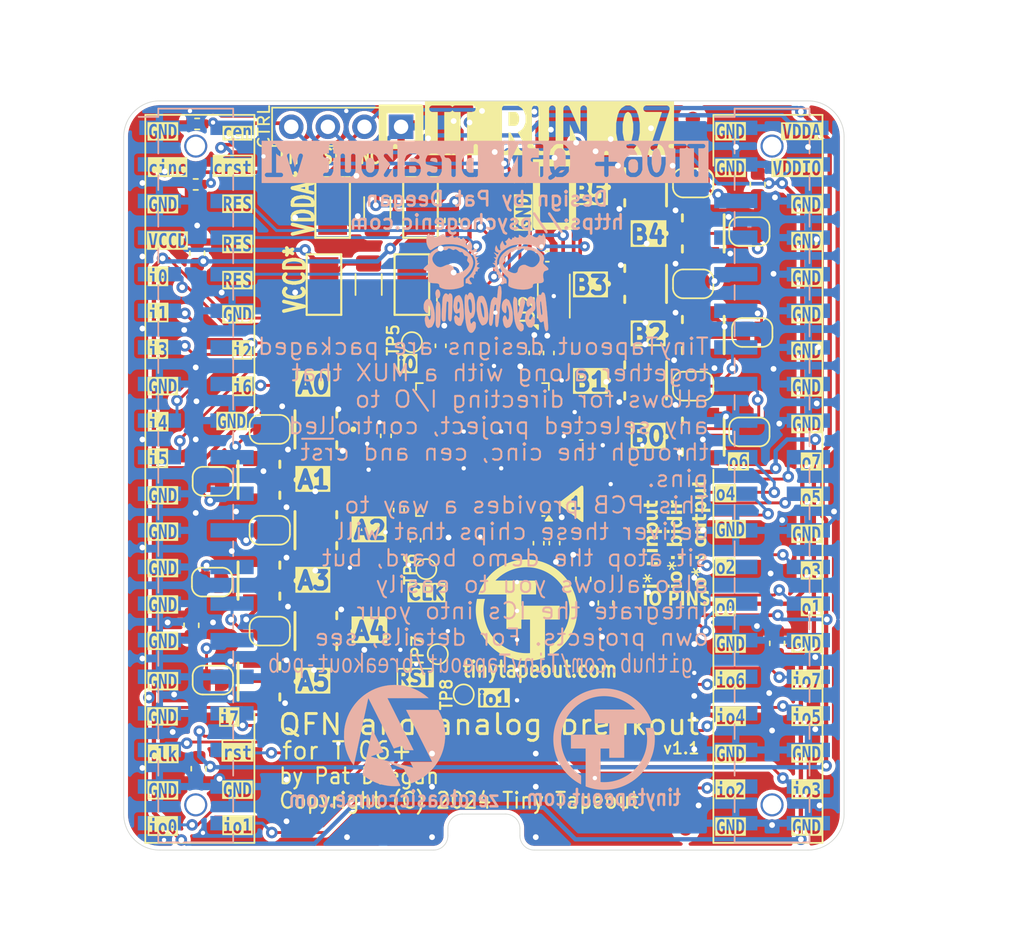
<source format=kicad_pcb>
(kicad_pcb (version 20240108) (generator "pcbnew") (generator_version "8.0")
  (title_block (title "Tiny Tapeout 06+ Breakout QFN") (date "2024-12-10") (rev "1.1") (comment 1 "(C) 2024 Pat Deegan"))
  (layers (0 "F.Cu" signal) (31 "B.Cu" signal) (34 "B.Paste" user) (35 "F.Paste" user) (36 "B.SilkS" user "B.Silkscreen") (37 "F.SilkS" user "F.Silkscreen") (38 "B.Mask" user) (39 "F.Mask" user) (44 "Edge.Cuts" user))
  (net 0 "")
  (net 1 "GND")
  (net 2 "vddio")
  (net 3 "vdda_all")
  (net 4 "vdda_in")
  (net 5 "vccd_in")
  (net 6 "/RES3")
  (net 7 "/RES2")
  (net 9 "/chip_an0")
  (net 10 "/chip_an1")
  (net 11 "/chip_an2")
  (net 12 "/chip_an3")
  (net 13 "/chip_an4")
  (net 14 "/chip_an5")
  (net 15 "/chip_an6")
  (net 16 "/chip_an7")
  (net 17 "/chip_an8")
  (net 18 "/chip_an9")
  (net 19 "/chip_an10")
  (net 20 "/chip_an11")
  (net 21 "/uin1")
  (net 22 "/c_rst_n")
  (net 23 "/uio1")
  (net 24 "/uin0")
  (net 25 "/uio4")
  (net 26 "/p_clk")
  (net 27 "/hd_an2")
  (net 28 "/uio3")
  (net 29 "/hd_an0")
  (net 30 "/uio7")
  (net 31 "/uin5")
  (net 32 "/c_sel_inc")
  (net 33 "/hd_an3")
  (net 34 "/hd_an5")
  (net 35 "/c_ena")
  (net 36 "/uin4")
  (net 37 "/uin3")
  (net 38 "/uin2")
  (net 39 "/uio0")
  (net 40 "/uio2")
  (net 41 "/uin6")
  (net 42 "/hd_an4")
  (net 43 "/p_rst")
  (net 44 "/uio6")
  (net 45 "/uio5")
  (net 46 "/hd_an1")
  (net 47 "/hd_an10")
  (net 48 "/hd_an11")
  (net 49 "/uout2")
  (net 50 "/uout7")
  (net 51 "/uout0")
  (net 52 "/hd_an9")
  (net 53 "/uout4")
  (net 54 "/hd_an6")
  (net 55 "/uout3")
  (net 56 "/uout1")
  (net 57 "/hd_an8")
  (net 58 "/uout6")
  (net 59 "/hd_an7")
  (net 60 "/uout5")
  (net 61 "/RES1")
  (net 62 "/reset_b")
  (net 63 "/hd_c_rst_n")
  (net 64 "/uin7")
  (net 65 "vccd_all")
  (footprint "Capacitor_SMD:C_0402_1005Metric" (layer "F.Cu") (at 74.3 48.7 90)
    (property "Reference" "C5" (hide yes))
    (property "Value" "0.1uf")
  )
  (footprint "Capacitor_SMD:C_0402_1005Metric" (layer "F.Cu") (at 65.75 48.5 90)
    (property "Reference" "C4" (hide yes))
    (property "Value" "0.1uf")
  )
  (footprint "Capacitor_SMD:C_0402_1005Metric" (layer "F.Cu") (at 75.4 48.7 90)
    (property "Reference" "C8" (hide yes))
    (property "Value" "0.1uf")
  )
  (footprint "Capacitor_SMD:C_0402_1005Metric" (layer "F.Cu") (at 74 35.5 90)
    (property "Reference" "C6" (hide yes))
    (property "Value" "0.1uf")
  )
  (footprint "Capacitor_SMD:C_0402_1005Metric" (layer "F.Cu") (at 67.5 35 90)
    (property "Reference" "C10" (hide yes))
    (property "Value" "0.1uf")
  )
  (footprint "Capacitor_SMD:C_0402_1005Metric" (layer "F.Cu") (at 77.25 41.9 180)
    (property "Reference" "C13" (hide yes))
    (property "Value" "0.1uf")
  )
  (footprint "flyingcarsfootprints:StitchingVia-0.4mmDrill" (layer "F.Cu") (at 74.1 65.6)
    (property "Reference" "STITCHB1" (hide yes))
    (property "Value" "StitchingVia-0.4mmDrill" (hide yes))
  )
  (footprint "flyingcarsfootprints:StitchingVia-0.3mm" (layer "F.Cu") (at 62.4 41.8)
    (property "Reference" "STITCHM1" (hide yes))
    (property "Value" "StitchingVia-0.3mm" (hide yes))
  )
  (footprint "flyingcarsfootprints:StitchingVia-0.4mmDrill" (layer "F.Cu") (at 61.65 23.2)
    (property "Reference" "STITCHB1" (hide yes))
    (property "Value" "StitchingVia-0.4mmDrill" (hide yes))
  )
  (footprint "flyingcarsfootprints:StitchingVia-0.4mmDrill" (layer "F.Cu") (at 46.8 64.3)
    (property "Reference" "STITCHB1" (hide yes))
    (property "Value" "StitchingVia-0.4mmDrill" (hide yes))
  )
  (footprint "flyingcarsfootprints:StitchingVia-0.4mmDrill" (layer "F.Cu") (at 74.1 69.1)
    (property "Reference" "STITCHB1" (hide yes))
    (property "Value" "StitchingVia-0.4mmDrill" (hide yes))
  )
  (footprint "TestPoint:TestPoint_Keystone_5019_Minature" (layer "F.Cu") (at 60 25.4 -90)
    (property "Reference" "TP3" (hide yes))
    (property "Value" "TestPoint_Alt")
  )
  (footprint "flyingcarsfootprints:StitchingVia-0.4mmDrill" (layer "F.Cu") (at 91.2 47.1)
    (property "Reference" "STITCHB1" (hide yes))
    (property "Value" "StitchingVia-0.4mmDrill" (hide yes))
  )
  (footprint "TestPoint:TestPoint_Keystone_5019_Minature" (layer "F.Cu") (at 65.5 30.75 90)
    (property "Reference" "TP2" (hide yes))
    (property "Value" "TestPoint_Alt")
  )
  (footprint "flyingcarsfootprints:StitchingVia-0.3mm" (layer "F.Cu") (at 62.5 43.6)
    (property "Reference" "STITCHM1" (hide yes))
    (property "Value" "StitchingVia-0.3mm" (hide yes))
  )
  (footprint "flyingcarsfootprints:StitchingVia-0.4mmDrill" (layer "F.Cu") (at 90.5 61.7)
    (property "Reference" "STITCHB1" (hide yes))
    (property "Value" "StitchingVia-0.4mmDrill" (hide yes))
  )
  (footprint "flyingcarsfootprints:StitchingVia-0.4mmDrill" (layer "F.Cu") (at 90.6 36.6)
    (property "Reference" "STITCHB1" (hide yes))
    (property "Value" "StitchingVia-0.4mmDrill" (hide yes))
  )
  (footprint "psysnapeda:SAMTEC_RSP-122811-01" (layer "F.Cu") (at 54.8875 44.3 90)
    (property "Reference" "J3" (hide yes))
    (property "Value" "U.FL")
  )
  (footprint "flyingcarsfootprints:StitchingVia-0.4mmDrill" (layer "F.Cu") (at 75.9 46.9)
    (property "Reference" "STITCHB1" (hide yes))
    (property "Value" "StitchingVia-0.4mmDrill" (hide yes))
  )
  (footprint "flyingcarsfootprints:StitchingVia-0.4mmDrill" (layer "F.Cu") (at 82.1 19.9)
    (property "Reference" "STITCHB1" (hide yes))
    (property "Value" "StitchingVia-0.4mmDrill" (hide yes))
  )
  (footprint "flyingcarsfootprints:StitchingVia-0.3mm" (layer "F.Cu") (at 72.8 59.6)
    (property "Reference" "STITCHM1" (hide yes))
    (property "Value" "StitchingVia-0.3mm" (hide yes))
  )
  (footprint "flyingcarsfootprints:StitchingVia-0.3mm" (layer "F.Cu") (at 72.8 57.5)
    (property "Reference" "STITCHM1" (hide yes))
    (property "Value" "StitchingVia-0.3mm" (hide yes))
  )
  (footprint "flyingcarsfootprints:StitchingVia-0.4mmDrill" (layer "F.Cu") (at 85.4 66.9)
    (property "Reference" "STITCHB1" (hide yes))
    (property "Value" "StitchingVia-0.4mmDrill" (hide yes))
  )
  (footprint "flyingcarsfootprints:StitchingVia-0.3mm" (layer "F.Cu") (at 85.1 60.9)
    (property "Reference" "STITCHM1" (hide yes))
    (property "Value" "StitchingVia-0.3mm" (hide yes))
  )
  (footprint "flyingcarsfootprints:StitchingVia-0.4mmDrill" (layer "F.Cu") (at 56.8 65.1)
    (property "Reference" "STITCHB1" (hide yes))
    (property "Value" "StitchingVia-0.4mmDrill" (hide yes))
  )
  (footprint "flyingcarsfootprints:StitchingVia-0.4mmDrill" (layer "F.Cu") (at 57.4 31.3)
    (property "Reference" "STITCHB1" (hide yes))
    (property "Value" "StitchingVia-0.4mmDrill" (hide yes))
  )
  (footprint "flyingcarsfootprints:StitchingVia-0.4mmDrill" (layer "F.Cu") (at 75.15 20)
    (property "Reference" "STITCHB1" (hide yes))
    (property "Value" "StitchingVia-0.4mmDrill" (hide yes))
  )
  (footprint "flyingcarsfootprints:StitchingVia-0.3mm" (layer "F.Cu") (at 69.1 43.5)
    (property "Reference" "STITCHM1" (hide yes))
    (property "Value" "StitchingVia-0.3mm" (hide yes))
  )
  (footprint "flyingcarsfootprints:StitchingVia-0.4mmDrill" (layer "F.Cu") (at 79.3 20.65)
    (property "Reference" "STITCHB1" (hide yes))
    (property "Value" "StitchingVia-0.4mmDrill" (hide yes))
  )
  (footprint "Capacitor_SMD:C_0603_1608Metric" (layer "F.Cu") (at 77.4 51.2 -90)
    (property "Reference" "C19" (hide yes))
    (property "Value" "C_1u_0603_50V")
  )
  (footprint "Capacitor_SMD:C_0402_1005Metric" (layer "F.Cu") (at 75 35.5 -90)
    (property "Reference" "C7" (hide yes))
    (property "Value" "0.1uf")
  )
  (footprint "flyingcarsfootprints:StitchingVia-0.3mm" (layer "F.Cu") (at 78.2 65)
    (property "Reference" "STITCHM1" (hide yes))
    (property "Value" "StitchingVia-0.3mm" (hide yes))
  )
  (footprint "flyingcarsfootprints:StitchingVia-0.4mmDrill" (layer "F.Cu") (at 48.9 61.8)
    (property "Reference" "STITCHB1" (hide yes))
    (property "Value" "StitchingVia-0.4mmDrill" (hide yes))
  )
  (footprint "TestPoint:TestPoint_Pad_D1.0mm" (layer "F.Cu") (at 69.1 59.2)
    (property "Reference" "TP8")
    (property "Value" "TestPoint")
  )
  (footprint "psysnapeda:SAMTEC_RSP-122811-01" (layer "F.Cu") (at 85.725 27.2 -90)
    (property "Reference" "J12" (hide yes))
    (property "Value" "U.FL")
  )
  (footprint "flyingcarsfootprints:StitchingVia-0.4mmDrill" (layer "F.Cu") (at 93 21.2)
    (property "Reference" "STITCHB1" (hide yes))
    (property "Value" "StitchingVia-0.4mmDrill" (hide yes))
  )
  (footprint "flyingcarsfootprints:StitchingVia-0.4mmDrill" (layer "F.Cu") (at 52.3 31.3)
    (property "Reference" "STITCHB1" (hide yes))
    (property "Value" "StitchingVia-0.4mmDrill" (hide yes))
  )
  (footprint "Resistor_SMD:R_0402_1005Metric" (layer "F.Cu") (at 50.5 23.8 180)
    (property "Reference" "R1" (hide yes))
    (property "Value" "1k")
  )
  (footprint "Fiducial:Fiducial_1mm_Mask2mm" (layer "F.Cu") (at 85 19.25)
    (property "Reference" "FID2" (hide yes))
    (property "Value" "Fiducial")
  )
  (footprint "flyingcarsfootprints:StitchingVia-0.4mmDrill" (layer "F.Cu") (at 50.55 38.85)
    (property "Reference" "STITCHB1" (hide yes))
    (property "Value" "StitchingVia-0.4mmDrill" (hide yes))
  )
  (footprint "Jumper:SolderJumper-2_P1.3mm_Bridged_RoundedPad1.0x1.5mm" (layer "F.Cu") (at 85.025 37.8)
    (property "Reference" "JP8" (hide yes))
    (property "Value" "Jumper_2_Small_Bridged")
  )
  (footprint "flyingcarsfootprints:StitchingVia-0.3mm" (layer "F.Cu") (at 61.2 50.4)
    (property "Reference" "STITCHM1" (hide yes))
    (property "Value" "StitchingVia-0.3mm" (hide yes))
  )
  (footprint "psysnapeda:SAMTEC_RSP-122811-01" (layer "F.Cu") (at 81.725 24 -90)
    (property "Reference" "J13" (hide yes))
    (property "Value" "U.FL")
  )
  (footprint "flyingcarsfootprints:StitchingVia-0.3mm" (layer "F.Cu") (at 72.8 51.4)
    (property "Reference" "STITCHM1" (hide yes))
    (property "Value" "StitchingVia-0.3mm" (hide yes))
  )
  (footprint "Capacitor_SMD:C_0603_1608Metric" (layer "F.Cu") (at 50.7 64.35 -90)
    (property "Reference" "C14" (hide yes))
    (property "Value" "C_1u_0603_50V")
  )
  (footprint "flyingcarsfootprints:StitchingVia-0.4mmDrill" (layer "F.Cu") (at 50.5 46.6)
    (property "Reference" "STITCHB1" (hide yes))
    (property "Value" "StitchingVia-0.4mmDrill" (hide yes))
  )
  (footprint "Capacitor_SMD:C_0603_1608Metric" (layer "F.Cu") (at 67.75 31.75 -90)
    (property "Reference" "C2" (hide yes))
    (property "Value" "C_1u_0603_50V")
  )
  (footprint "flyingcarsfootprints:StitchingVia-0.3mm" (layer "F.Cu") (at 69.1 40.95)
    (property "Reference" "STITCHM1" (hide yes))
    (property "Value" "StitchingVia-0.3mm" (hide yes))
  )
  (footprint "Package_DFN_QFN:QFN-64-1EP_9x9mm_P0.5mm_EP7.65x7.65mm" (layer "F.Cu") (at 70.4 42.2 180)
    (property "Reference" "U1" (hide yes))
    (property "Value" "Openframe_QFN_TT06_REV2")
  )
  (footprint "flyingcarsfootprints:StitchingVia-0.3mm" (layer "F.Cu") (at 64.7 56.1)
    (property "Reference" "STITCHM1" (hide yes))
    (property "Value" "StitchingVia-0.3mm" (hide yes))
  )
  (footprint "psysnapeda:SAMTEC_RSP-122811-01" (layer "F.Cu") (at 58.8375 47.8 90)
    (property "Reference" "J4" (hide yes))
    (property "Value" "U.FL")
  )
  (footprint "flyingcarsfootprints:StitchingVia-0.3mm" (layer "F.Cu") (at 68 54.8)
    (property "Reference" "STITCHM1" (hide yes))
    (property "Value" "StitchingVia-0.3mm" (hide yes))
  )
  (footprint "flyingcarsfootprints:StitchingVia-0.4mmDrill" (layer "F.Cu") (at 90.3 59.1)
    (property "Reference" "STITCHB1" (hide yes))
    (property "Value" "StitchingVia-0.4mmDrill" (hide yes))
  )
  (footprint "flyingcarsfootprints:StitchingVia-0.3mm" (layer "F.Cu") (at 75.35 31.55 90)
    (property "Reference" "STITCHM1" (hide yes))
    (property "Value" "StitchingVia-0.3mm" (hide yes))
  )
  (footprint "flyingcarsfootprints:StitchingVia-0.4mmDrill" (layer "F.Cu") (at 50.5 36.5)
    (property "Reference" "STITCHB1" (hide yes))
    (property "Value" "StitchingVia-0.4mmDrill" (hide yes))
  )
  (footprint "flyingcarsfootprints:StitchingVia-0.3mm" (layer "F.Cu") (at 55.2 21.85)
    (property "Reference" "STITCHM1" (hide yes))
    (property "Value" "StitchingVia-0.3mm" (hide yes))
  )
  (footprint "psysnapeda:SAMTEC_RSP-122811-01" (layer "F.Cu") (at 85.725 41.3 -90)
    (property "Reference" "J8" (hide yes))
    (property "Value" "U.FL")
  )
  (footprint "Jumper:SolderJumper-2_P1.3mm_Bridged_RoundedPad1.0x1.5mm" (layer "F.Cu") (at 88.925 27.075)
    (property "Reference" "JP11" (hide yes))
    (property "Value" "Jumper_2_Small_Bridged")
  )
  (footprint "flyingcarsfootprints:StitchingVia-0.4mmDrill" (layer "F.Cu") (at 57.4 26.1)
    (property "Reference" "STITCHB1" (hide yes))
    (property "Value" "StitchingVia-0.4mmDrill" (hide yes))
  )
  (footprint "TestPoint:TestPoint_Pad_D1.0mm" (layer "F.Cu") (at 67.3 56.4)
    (property "Reference" "TP7")
    (property "Value" "TestPoint")
  )
  (footprint "flyingcarsfootprints:StitchingVia-0.4mmDrill" (layer "F.Cu") (at 90.4 50.8)
    (property "Reference" "STITCHB1" (hide yes))
    (property "Value" "StitchingVia-0.4mmDrill" (hide yes))
  )
  (footprint "Jumper:SolderJumper-2_P1.3mm_Bridged_RoundedPad1.0x1.5mm" (layer "F.Cu") (at 51.6375 51.4 180)
    (property "Reference" "JP4" (hide yes))
    (property "Value" "Jumper_2_Small_Bridged")
  )
  (footprint "flyingcarsfootprints:StitchingVia-0.4mmDrill" (layer "F.Cu") (at 81.9 52.1)
    (property "Reference" "STITCHB1" (hide yes))
    (property "Value" "StitchingVia-0.4mmDrill" (hide yes))
  )
  (footprint "flyingcarsfootprints:StitchingVia-0.4mmDrill" (layer "F.Cu") (at 93.8 66.9)
    (property "Reference" "STITCHB1" (hide yes))
    (property "Value" "StitchingVia-0.4mmDrill" (hide yes))
  )
  (footprint "Package_DFN_QFN:DFN-8-1EP_3x2mm_P0.5mm_EP1.75x1.45mm" (layer "F.Cu") (at 75.35 31.55 90)
    (property "Reference" "U2")
    (property "Value" "24LC02")
  )
  (footprint "Fiducial:Fiducial_1mm_Mask2mm" (layer "F.Cu") (at 63.5 68.5)
    (property "Reference" "FID1" (hide yes))
    (property "Value" "Fiducial")
  )
  (footprint "Resistor_SMD:R_1206_3216Metric" (layer "F.Cu") (at 63.1 25.4 -90)
    (property "Reference" "R3" (hide yes))
    (property "Value" "0R")
  )
  (footprint "Logos:TT_logo" (layer "F.Cu") (at 73.5 53.4)
    (property "Reference" "TTLOGO" (hide yes))
    (property "Value" "TT_logo")
  )
  (footprint "flyingcarsfootprints:StitchingVia-0.3mm" (layer "F.Cu") (at 72.8 55.4)
    (property "Reference" "STITCHM1" (hide yes))
    (property "Value" "StitchingVia-0.3mm" (hide yes))
  )
  (footprint "flyingcarsfootprints:StitchingVia-0.4mmDrill" (layer "F.Cu") (at 50.5 41.5)
    (property "Reference" "STITCHB1" (hide yes))
    (property "Value" "StitchingVia-0.4mmDrill" (hide yes))
  )
  (footprint "Capacitor_SMD:C_0402_1005Metric" (layer "F.Cu") (at 63.7 41.25 90)
    (property "Reference" "C11" (hide yes))
    (property "Value" "0.1uf")
  )
  (footprint "Jumper:SolderJumper-2_P1.3mm_Bridged_RoundedPad1.0x1.5mm" (layer "F.Cu") (at 89.125 34.075)
    (property "Reference" "JP9" (hide yes))
    (property "Value" "Jumper_2_Small_Bridged")
  )
  (footprint "Jumper:SolderJumper-2_P1.3mm_Bridged_RoundedPad1.0x1.5mm" (layer "F.Cu") (at 85.025 30.7)
    (property "Reference" "JP10" (hide yes))
    (property "Value" "Jumper_2_Small_Bridged")
  )
  (footprint "Capacitor_SMD:C_0603_1608Metric" (layer "F.Cu") (at 50.2 54.4 90)
    (property "Reference" "C17" (hide yes))
    (property "Value" "C_1u_0603_50V")
  )
  (footprint "flyingcarsfootprints:StitchingVia-0.4mmDrill" (layer "F.Cu") (at 85.1 63)
    (property "Reference" "STITCHB1" (hide yes))
    (property "Value" "StitchingVia-0.4mmDrill" (hide yes))
  )
  (footprint "flyingcarsfootprints:StitchingVia-0.4mmDrill" (layer "F.Cu") (at 74.1 63.3)
    (property "Reference" "STITCHB1" (hide yes))
    (property "Value" "StitchingVia-0.4mmDrill" (hide yes))
  )
  (footprint "Capacitor_SMD:C_0402_1005Metric" (layer "F.Cu") (at 64.6 46.4 -90)
    (property "Reference" "C12" (hide yes))
    (property "Value" "0.1uf")
  )
  (footprint "flyingcarsfootprints:StitchingVia-0.4mmDrill" (layer "F.Cu") (at 85.1 55.7)
    (property "Reference" "STITCHB1" (hide yes))
    (property "Value" "StitchingVia-0.4mmDrill" (hide yes))
  )
  (footprint "flyingcarsfootprints:StitchingVia-0.4mmDrill" (layer "F.Cu") (at 91 40.4)
    (property "Reference" "STITCHB1" (hide yes))
    (property "Value" "StitchingVia-0.4mmDrill" (hide yes))
  )
  (footprint "flyingcarsfootprints:StitchingVia-0.4mmDrill" (layer "F.Cu") (at 49.7 33.9)
    (property "Reference" "STITCHB1" (hide yes))
    (property "Value" "StitchingVia-0.4mmDrill" (hide yes))
  )
  (footprint "Capacitor_SMD:C_0603_1608Metric" (layer "F.Cu") (at 68.3 26.3 -90)
    (property "Reference" "C3" (hide yes))
    (property "Value" "C_1u_0603_50V")
  )
  (footprint "flyingcarsfootprints:StitchingVia-0.4mmDrill" (layer "F.Cu") (at 89.45 54.45)
    (property "Reference" "STITCHB1" (hide yes))
    (property "Value" "StitchingVia-0.4mmDrill" (hide yes))
  )
  (footprint "Capacitor_SMD:C_0603_1608Metric" (layer "F.Cu") (at 90.85 55.65 90)
    (property "Reference" "C16" (hide yes))
    (property "Value" "C_1u_0603_50V")
  )
  (footprint "Jumper:SolderJumper-2_P1.3mm_Bridged_RoundedPad1.0x1.5mm" (layer "F.Cu") (at 55.6375 54.8 180)
    (property "Reference" "JP5" (hide yes))
    (property "Value" "Jumper_2_Small_Bridged")
  )
  (footprint "flyingcarsfootprints:StitchingVia-0.3mm" (layer "F.Cu") (at 76.8 39.6)
    (property "Reference" "STITCHM1" (hide yes))
    (property "Value" "StitchingVia-0.3mm" (hide yes))
  )
  (footprint "flyingcarsfootprints:StitchingVia-0.3mm" (layer "F.Cu") (at 51 68.8)
    (property "Reference" "STITCHM1" (hide yes))
    (property "Value" "StitchingVia-0.3mm" (hide yes))
  )
  (footprint "flyingcarsfootprints:StitchingVia-0.3mm" (layer "F.Cu") (at 60.4 62.6)
    (property "Reference" "STITCHM1" (hide yes))
    (property "Value" "StitchingVia-0.3mm" (hide yes))
  )
  (footprint "flyingcarsfootprints:StitchingVia-0.4mmDrill" (layer "F.Cu") (at 68.4 19.4)
    (property "Reference" "STITCHB1" (hide yes))
    (property "Value" "StitchingVia-0.4mmDrill" (hide yes))
  )
  (footprint "flyingcarsfootprints:StitchingVia-0.3mm" (layer "F.Cu") (at 72.8 53.4)
    (property "Reference" "STITCHM1" (hide yes))
    (property "Value" "StitchingVia-0.3mm" (hide yes))
  )
  (footprint "psysnapeda:SAMTEC_RSP-122811-01" (layer "F.Cu") (at 81.725 37.4 -90)
    (property "Reference" "J9" (hide yes))
    (property "Value" "U.FL")
  )
  (footprint "TestPoint:TestPoint_Pad_D1.0mm" (layer "F.Cu") (at 66.5 50.5)
    (property "Reference" "TP6")
    (property "Value" "TestPoint")
  )
  (footprint "flyingcarsfootprints:StitchingVia-0.4mmDrill" (layer "F.Cu") (at 85.1 51.1)
    (property "Reference" "STITCHB1" (hide yes))
    (property "Value" "StitchingVia-0.4mmDrill" (hide yes))
  )
  (footprint "TestPoint:TestPoint_Keystone_5019_Minature" (layer "F.Cu") (at 59.4 30.75 90)
    (property "Reference" "TP4" (hide yes))
    (property "Value" "TestPoint_Alt")
  )
  (footprint "Resistor_SMD:R_1206_3216Metric" (layer "F.Cu") (at 62.5 30.75 90)
    (property "Reference" "R4" (hide yes))
    (property "Value" "0R")
  )
  (footprint "flyingcarsfootprints:StitchingVia-0.4mmDrill" (layer "F.Cu") (at 46.8 28.8)
    (property "Reference" "STITCHB1" (hide yes))
    (property "Value" "StitchingVia-0.4mmDrill" (hide yes))
  )
  (footprint "flyingcarsfootprints:StitchingVia-0.4mmDrill" (layer "F.Cu") (at 90.6 30)
    (property "Reference" "STITCHB1" (hide yes))
    (property "Value" "StitchingVia-0.4mmDrill" (hide yes))
  )
  (footprint "flyingcarsfootprints:StitchingVia-0.3mm" (layer "F.Cu") (at 65.8 57.1)
    (property "Reference" "STITCHM1" (hide yes))
    (property "Value" "StitchingVia-0.3mm" (hide yes))
  )
  (footprint "TestPoint:TestPoint_Pad_D1.0mm" (layer "F.Cu") (at 65.5 34.75)
    (property "Reference" "TP5")
    (property "Value" "TestPoint")
  )
  (footprint "flyingcarsfootprints:StitchingVia-0.4mmDrill" (layer "F.Cu") (at 46.8 23.7)
    (property "Reference" "STITCHB1" (hide yes))
    (property "Value" "StitchingVia-0.4mmDrill" (hide yes))
  )
  (footprint "Fiducial:Fiducial_1mm_Mask2mm" (layer "F.Cu") (at 84.5 68.5)
    (property "Reference" "FID3" (hide yes))
    (property "Value" "Fiducial")
  )
  (footprint "flyingcarsfootprints:StitchingVia-0.3mm" (layer "F.Cu") (at 48.3 69.3)
    (property "Reference" "STITCHM1" (hide yes))
    (property "Value" "StitchingVia-0.3mm" (hide yes))
  )
  (footprint "Connector_PinHeader_2.54mm:PinHeader_1x04_P2.54mm_Vertical" (layer "F.Cu") (at 64.75 19.8 -90)
    (property "Reference" "J1" (hide yes))
    (property "Value" "Conn_01x04")
  )
  (footprint "Jumper:SolderJumper-2_P1.3mm_Bridged_RoundedPad1.0x1.5mm" (layer "F.Cu") (at 55.6375 40.8 180)
    (property "Reference" "JP1" (hide yes))
    (property "Value" "Jumper_2_Small_Bridged")
  )
  (footprint "Capacitor_SMD:C_0603_1608Metric" (layer "F.Cu") (at 89.5 23.8 -90)
    (property "Reference" "C1" (hide yes))
    (property "Value" "C_1u_0603_50V")
  )
  (footprint "Jumper:SolderJumper-2_P1.3mm_Bridged_RoundedPad1.0x1.5mm" (layer "F.Cu") (at 51.6875 44.4 180)
    (property "Reference" "JP2" (hide yes))
    (property "Value" "Jumper_2_Small_Bridged")
  )
  (footprint "Jumper:SolderJumper-2_P1.3mm_Bridged_RoundedPad1.0x1.5mm" (layer "F.Cu") (at 51.6875 58.2 180)
    (property "Reference" "JP6" (hide yes))
    (property "Value" "Jumper_2_Small_Bridged")
  )
  (footprint "flyingcarsfootprints:StitchingVia-0.4mmDrill" (layer "F.Cu") (at 61 69.1)
    (property "Reference" "STITCHB1" (hide yes))
    (property "Value" "StitchingVia-0.4mmDrill" (hide yes))
  )
  (footprint "flyingcarsfootprints:StitchingVia-0.3mm" (layer "F.Cu") (at 81.5 41.9)
    (property "Reference" "STITCHM1" (hide yes))
    (property "Value" "StitchingVia-0.3mm" (hide yes))
  )
  (footprint "flyingcarsfootprints:StitchingVia-0.4mmDrill" (layer "F.Cu") (at 46.8 33.8)
    (property "Reference" "STITCHB1" (hide yes))
    (property "Value" "StitchingVia-0.4mmDrill" (hide yes))
  )
  (footprint "flyingcarsfootprints:StitchingVia-0.4mmDrill" (layer "F.Cu") (at 48.55 54.2)
    (property "Reference" "STITCHB1" (hide yes))
    (property "Value" "StitchingVia-0.4mmDrill" (hide yes))
  )
  (footprint "flyingcarsfootprints:StitchingVia-0.4mmDrill" (layer "F.Cu") (at 78 52.9)
    (property "Reference" "STITCHB1" (hide yes))
    (property "Value" "StitchingVia-0.4mmDrill" (hide yes))
  )
  (footprint "flyingcarsfootprints:StitchingVia-0.3mm" (layer "F.Cu") (at 60.95 18.7)
    (property "Reference" "STITCHM1" (hide yes))
    (property "Value" "StitchingVia-0.3mm" (hide yes))
  )
  (footprint "Jumper:SolderJumper-2_P1.3mm_Bridged_RoundedPad1.0x1.5mm" (layer "F.Cu") (at 85.025 23.7)
    (property "Reference" "JP12" (hide yes))
    (property "Value" "Jumper_2_Small_Bridged")
  )
  (footprint "flyingcarsfootprints:StitchingVia-0.4mmDrill" (layer "F.Cu") (at 66.9 63.3)
    (property "Reference" "STITCHB1" (hide yes))
    (property "Value" "StitchingVia-0.4mmDrill" (hide yes))
  )
  (footprint "flyingcarsfootprints:StitchingVia-0.4mmDrill" (layer "F.Cu") (at 51.7 54.2)
    (property "Reference" "STITCHB1" (hide yes))
    (property "Value" "StitchingVia-0.4mmDrill" (hide yes))
  )
  (footprint "psysnapeda:SAMTEC_RSP-122811-01" (layer "F.Cu") (at 54.8875 58.3 90)
    (property "Reference" "J7" (hide yes))
    (property "Value" "U.FL")
  )
  (footprint "flyingcarsfootprints:StitchingVia-0.4mmDrill" (layer "F.Cu") (at 49 59.2)
    (property "Reference" "STITCHB1" (hide yes))
    (property "Value" "StitchingVia-0.4mmDrill" (hide yes))
  )
  (footprint "Resistor_SMD:R_0402_1005Metric" (layer "F.Cu") (at 50.6 19.6 180)
    (property "Reference" "R2" (hide yes))
    (property "Value" "1k")
  )
  (footprint "flyingcarsfootprints:StitchingVia-0.4mmDrill" (layer "F.Cu") (at 85.1 59.3)
    (property "Reference" "STITCHB1" (hide yes))
    (property "Value" "StitchingVia-0.4mmDrill" (hide yes))
  )
  (footprint "flyingcarsfootprints:StitchingVia-0.3mm" (layer "F.Cu") (at 71.7 40.95 90)
    (property "Reference" "STITCHM1" (hide yes))
    (property "Value" "StitchingVia-0.3mm" (hide yes))
  )
  (footprint "flyingcarsfootprints:StitchingVia-0.4mmDrill" (layer "F.Cu") (at 46.8 49)
    (property "Reference" "STITCHB1" (hide yes))
    (property "Value" "StitchingVia-0.4mmDrill" (hide yes))
  )
  (footprint "flyingcarsfootprints:StitchingVia-0.3mm" (layer "F.Cu") (at 75.9 37.4)
    (property "Reference" "STITCHM1" (hide yes))
    (property "Value" "StitchingVia-0.3mm" (hide yes))
  )
  (footprint "flyingcarsfootprints:StitchingVia-0.4mmDrill" (layer "F.Cu") (at 46.8 41.5)
    (property "Reference" "STITCHB1" (hide yes))
    (property "Value" "StitchingVia-0.4mmDrill" (hide yes))
  )
  (footprint "Resistor_SMD:R_0402_1005Metric" (layer "F.Cu") (at 73 23.5 -90)
    (property "Reference" "R7" (hide yes))
    (property "Value" "0R")
  )
  (footprint "Resistor_SMD:R_0402_1005Metric" (layer "F.Cu") (at 71.15 23.49 -90)
    (property "Reference" "R6" (hide yes))
    (property "Value" "0R")
  )
  (footprint "flyingcarsfootprints:StitchingVia-0.4mmDrill" (layer "F.Cu") (at 66.9 69.1)
    (property "Reference" "STITCHB1" (hide yes))
    (property "Value" "StitchingVia-0.4mmDrill" (hide yes))
  )
  (footprint "flyingcarsfootprints:StitchingVia-0.4mmDrill" (layer "F.Cu") (at 66.9 65.6)
    (property "Reference" "STITCHB1" (hide yes))
    (property "Value" "StitchingVia-0.4mmDrill" (hide yes))
  )
  (footprint "flyingcarsfootprints:StitchingVia-0.3mm" (layer "F.Cu") (at 79.3 44.6)
    (property "Reference" "STITCHM1" (hide yes))
    (property "Value" "StitchingVia-0.3mm" (hide yes))
  )
  (footprint "flyingcarsfootprints:StitchingVia-0.3mm" (layer "F.Cu") (at 85.1 57.7)
    (property "Reference" "STITCHM1" (hide yes))
    (property "Value" "StitchingVia-0.3mm" (hide yes))
  )
  (footprint "Jumper:SolderJumper-2_P1.3mm_Bridged_RoundedPad1.0x1.5mm" (layer "F.Cu") (at 88.925 40.975)
    (property "Reference" "JP7" (hide yes))
    (property "Value" "Jumper_2_Small_Bridged")
  )
  (footprint "psysnapeda:SAMTEC_RSP-122811-01" (layer "F.Cu") (at 58.8375 40.8 90)
    (property "Reference" "J2" (hide yes))
    (property "Value" "U.FL")
  )
  (footprint "Jumper:SolderJumper-2_P1.3mm_Bridged_RoundedPad1.0x1.5mm" (layer "F.Cu") (at 55.6375 47.8 180)
    (property "Reference" "JP3" (hide yes))
    (property "Value" "Jumper_2_Small_Bridged")
  )
  (footprint "psysnapeda:SAMTEC_RSP-122811-01" (layer "F.Cu") (at 58.8375 54.8 90)
    (property "Reference" "J6" (hide yes))
    (property "Value" "U.FL")
  )
  (footprint "TestPoint:TestPoint_Keystone_5019_Minature" (layer "F.Cu") (at 75.4 24.5 -90)
    (property "Reference" "TP9" (hide yes))
    (property "Value" "TestPoint_Alt")
  )
  (footprint "flyingcarsfootprints:StitchingVia-0.4mmDrill" (layer "F.Cu") (at 56.8 68)
    (property "Reference" "STITCHB1" (hide yes))
    (property "Value" "StitchingVia-0.4mmDrill" (hide yes))
  )
  (footprint "psysnapeda:SAMTEC_RSP-122811-01" (layer "F.Cu") (at 81.725 30.7 -90)
    (property "Reference" "J11" (hide yes))
    (property "Value" "U.FL")
  )
  (footprint "Capacitor_SMD:C_0603_1608Metric" (layer "F.Cu") (at 50.6 28.575 90)
    (property "Reference" "C15" (hide yes))
    (property "Value" "C_1u_0603_50V")
  )
  (footprint "Capacitor_SMD:C_0402_1005Metric" (layer "F.Cu") (at 74.9 28.8 180)
    (property "Reference" "C9" (hide yes))
    (property "Value" "0.1uf")
  )
  (footprint "flyingcarsfootprints:StitchingVia-0.4mmDrill" (layer "F.Cu") (at 78.7 55.2)
    (property "Reference" "STITCHB1" (hide yes))
    (property "Value" "StitchingVia-0.4mmDrill" (hide yes))
  )
  (footprint "flyingcarsfootprints:StitchingVia-0.4mmDrill" (layer "F.Cu") (at 46.8 56.7)
    (property "Reference" "STITCHB1" (hide yes))
    (property "Value" "StitchingVia-0.4mmDrill" (hide yes))
  )
  (footprint "flyingcarsfootprints:StitchingVia-0.4mmDrill" (layer "F.Cu") (at 61.75 26)
    (property "Reference" "STITCHB1" (hide yes))
    (property "Value" "StitchingVia-0.4mmDrill" (hide yes))
  )
  (footprint "TestPoint:TestPoint_Keystone_5019_Minature" (layer "F.Cu") (at 66.1 25.4 -90)
    (property "Reference" "TP1" (hide yes))
    (property "Value" "TestPoint_Alt")
  )
  (footprint "psysnapeda:SAMTEC_RSP-122811-01" (layer "F.Cu") (at 85.725 34.25 -90)
    (property "Reference" "J10" (hide yes))
    (property "Value" "U.FL")
  )
  (footprint "flyingcarsfootprints:StitchingVia-0.3mm" (layer "F.Cu") (at 71.7 43.5)
    (property "Reference" "STITCHM1" (hide yes))
    (property "Value" "StitchingVia-0.3mm" (hide yes))
  )
  (footprint "psysnapeda:SAMTEC_RSP-122811-01" (layer "F.Cu") (at 54.8875 51.3 90)
    (property "Reference" "J5" (hide yes))
    (property "Value" "U.FL")
  )
  (footprint "flyingcarsfootprints:StitchingVia-0.3mm" (layer "F.Cu") (at 50.1 18.7)
    (property "Reference" "STITCHM1" (hide yes))
    (property "Value" "StitchingVia-0.3mm" (hide yes))
  )
  (footprint "Capacitor_SMD:C_0603_1608Metric" (layer "F.Cu") (at 78.95 52.85 90)
    (property "Reference" "C18" (hide yes))
    (property "Value" "C_1u_0603_50V")
  )
  (footprint "flyingcarsfootprints:StitchingVia-0.3mm" (layer "F.Cu") (at 71.3 32.7)
    (property "Reference" "STITCHM1" (hide yes))
    (property "Value" "StitchingVia-0.3mm" (hide yes))
  )
  (footprint "TinyTapeout:FH-00148_PinSocket_2x20_P2.54mm" (layer "B.Cu") (at 90.5 44 180)
    (property "Reference" "CON2" (hide yes))
    (property "Value" "~")
  )
  (footprint "Logos:Z2A_logo" (layer "B.Cu") (at 64.1608 61.958048 180)
    (property "Reference" "REF**" (hide yes))
    (property "Value" "Z2A_logo")
  )
  (footprint "Logos:TT_logo" (layer "B.Cu") (at 78.8 62.35 180)
    (property "Reference" "REF**" (hide yes))
    (property "Value" "TT_logo")
  )
  (footprint "flyingcarsfootprints:PsychoLogoSmall" (layer "B.Cu") (at 70.7 30.6 180)
    (property "Reference" "G***" (hide yes))
    (property "Value" "LOGO" (hide yes))
  )
  (footprint "TinyTapeout:FH-00148_PinSocket_2x20_P2.54mm" (layer "B.Cu") (at 50.5 44 180)
    (property "Reference" "CON1" (hide yes))
    (property "Value" "~")
  )
  (gr_line (start 86.42744 69.5) (end 94 69.5) (stroke (width 0.12)) (layer "F.SilkS"))
  (gr_line (start 94 69.5) (end 94 18.97256) (stroke (width 0.12)) (layer "F.SilkS"))
  (gr_line (start 76.95 45.3) (end 77.2 45.3) (stroke (width 0.2)) (layer "F.SilkS"))
  (gr_line (start 54.57256 18.97256) (end 54.57256 39.5) (stroke (width 0.12)) (layer "F.SilkS"))
  (gr_line (start 77 46.77) (end 77.25 46.77) (stroke (width 0.24)) (layer "F.SilkS"))
  (gr_line (start 54.57256 69.5) (end 54.57256 60.5) (stroke (width 0.12)) (layer "F.SilkS"))
  (gr_line (start 86.42744 18.97256) (end 86.42744 22.5) (stroke (width 0.12)) (layer "F.SilkS"))
  (gr_rect (start 63.35 18.4) (end 66.15 21.2) (stroke (width 0.3)) (fill none) (layer "F.SilkS"))
  (gr_line (start 76.44 45.64) (end 76.44 46.24) (stroke (width 0.2)) (layer "F.SilkS"))
  (gr_line (start 54.57256 18.97256) (end 47 18.97256) (stroke (width 0.12)) (layer "F.SilkS"))
  (gr_line (start 76.9 45.2) (end 77.3 45.2) (stroke (width 0.2)) (layer "F.SilkS"))
  (gr_line (start 86.42744 69.5) (end 86.42744 43.6) (stroke (width 0.12)) (layer "F.SilkS"))
  (gr_line (start 47 69.5) (end 54.57256 69.5) (stroke (width 0.12)) (layer "F.SilkS"))
  (gr_line (start 47 18.97256) (end 47 69.5) (stroke (width 0.12)) (layer "F.SilkS"))
  (gr_line (start 76.71 46.61) (end 77.232529 46.61115) (stroke (width 0.2)) (layer "F.SilkS"))
  (gr_line (start 76.28 45.735) (end 76.28 46.185) (stroke (width 0.2)) (layer "F.SilkS"))
  (gr_line (start 94 18.97256) (end 86.42744 18.97256) (stroke (width 0.12)) (layer "F.SilkS"))
  (gr_line (start 76.975 46.6) (end 77.225 46.6) (stroke (width 0.24)) (layer "F.SilkS"))
  (gr_line (start 76.66 46.5) (end 77.26 46.5) (stroke (width 0.2)) (layer "F.SilkS"))
  (gr_rect (start 63.605583 18.661166) (end 65.894417 20.95) (stroke (width 0.4)) (fill none) (layer "F.SilkS"))
  (gr_poly (pts (xy 75.8 45.95) (xy 77.3 44.8) (xy 77.3 47.1)) (stroke (width 0.2)) (fill none) (layer "F.SilkS"))
  (gr_poly (pts (xy 75.9 45.95) (xy 77.3 44.9) (xy 77.3 47)) (stroke (width 0.2)) (fill none) (layer "F.SilkS"))
  (gr_rect (start 74.15 22.3) (end 76.65 26.7) (stroke (width 0.5)) (fill none) (layer "F.SilkS"))
  (gr_line (start 76.11 45.95) (end 75.9 45.95) (stroke (width 0.2)) (layer "F.SilkS"))
  (gr_line (start 73 69) (end 73 68.5) (stroke (width 0.05)) (layer "Edge.Cuts"))
  (gr_arc (start 72 67.5) (mid 72.707107 67.792893) (end 73 68.5) (stroke (width 0.05)) (layer "Edge.Cuts"))
  (gr_line (start 68 68.5) (end 68 69) (stroke (width 0.05)) (layer "Edge.Cuts"))
  (gr_line (start 93 70) (end 74 70) (stroke (width 0.05)) (layer "Edge.Cuts"))
  (gr_arc (start 48 70) (mid 46.232233 69.267767) (end 45.5 67.5) (stroke (width 0.05)) (layer "Edge.Cuts"))
  (gr_line (start 48 18) (end 93 18) (stroke (width 0.05)) (layer "Edge.Cuts"))
  (gr_arc (start 93 18) (mid 94.767767 18.732233) (end 95.5 20.5) (stroke (width 0.05)) (layer "Edge.Cuts"))
  (gr_line (start 95.5 20.5) (end 95.5 67.5) (stroke (width 0.05)) (layer "Edge.Cuts"))
  (gr_line (start 72 67.5) (end 69 67.5) (stroke (width 0.05)) (layer "Edge.Cuts"))
  (gr_arc (start 95.5 67.5) (mid 94.767767 69.267767) (end 93 70) (stroke (width 0.05)) (layer "Edge.Cuts"))
  (gr_arc (start 45.5 20.5) (mid 46.232233 18.732233) (end 48 18) (stroke (width 0.05)) (layer "Edge.Cuts"))
  (gr_arc (start 68 69) (mid 67.707107 69.707107) (end 67 70) (stroke (width 0.05)) (layer "Edge.Cuts"))
  (gr_arc (start 74 70) (mid 73.292893 69.707107) (end 73 69) (stroke (width 0.05)) (layer "Edge.Cuts"))
  (gr_arc (start 68 68.5) (mid 68.292893 67.792893) (end 69 67.5) (stroke (width 0.05)) (layer "Edge.Cuts"))
  (gr_line (start 45.5 67.5) (end 45.5 20.5) (stroke (width 0.05)) (layer "Edge.Cuts"))
  (gr_line (start 48 70) (end 67 70) (stroke (width 0.05)) (layer "Edge.Cuts"))
  (gr_text "TinyTapeout designs are packaged \ntogether along with a MUX that \nallows for directing I/O to \nany selected project, controlled \nthrough the cinc, cen and c~{rst} \npins.\nThis PCB provides a way to \ndeliver these chips that will\nsit atop the demo board, but \nalso allows you to easily \nintegrate the ICs into your\nown projects. For details, see\n" (at 86.2 55.9 0) (layer "B.SilkS") (effects (font (size 1.14 1.2) (thickness 0.14)) (justify left bottom mirror)))
  (gr_text "Design by Pat Deegan\nhttps://psychogenic.com" (at 70.7 27 0) (layer "B.SilkS") (effects (font (size 1 1) (thickness 0.18) (bold yes)) (justify bottom mirror)))
  (gr_text "github.com/TinyTapeout/breakout-pcb" (at 85 57.9 0) (layer "B.SilkS") (effects (font (size 1.3 1) (thickness 0.09125)) (justify left bottom mirror)))
  (gr_text "zerotoasiccourse.com" (at 64.25 67.1 0) (layer "B.SilkS") (effects (font (size 1.1 0.9) (thickness 0.18) (bold yes)) (justify bottom mirror)))
  (gr_text "TT06+ QFN breakout v1" (at 70.5 23.4 0) (layer "B.SilkS" knockout) (effects (font (size 2 1.7) (thickness 0.3)) (justify bottom mirror)))
  (gr_text "tinytapeout.com" (at 78.8 67 0) (layer "B.SilkS") (effects (font (size 1.1 0.9) (thickness 0.18) (bold yes)) (justify bottom mirror)))
  (gr_text "EN  RST  INC" (at 56.2 22.45 0) (layer "F.SilkS") (effects (font (size 1 0.68) (thickness 0.17) (bold yes)) (justify left bottom)))
  (gr_text "RES" (at 54.4 28.608947 0) (layer "F.SilkS" knockout) (effects (font (size 1 0.8) (thickness 0.127) (bold yes)) (justify right bottom)))
  (gr_text "GND" (at 47.2 48.580115 0) (layer "F.SilkS" knockout) (effects (font (size 1 0.8) (thickness 0.127) (bold yes)) (justify left bottom)))
  (gr_text "i5" (at 47.2 43.529185 0) (layer "F.SilkS" knockout) (effects (font (size 1 0.8) (thickness 0.127) (bold yes)) (justify left bottom)))
  (gr_text "VCCD*" (at 58.2 32.85 90) (layer "F.SilkS") (effects (font (size 1.4 1) (thickness 0.25) (bold yes)) (justify left bottom)))
  (gr_text "io4" (at 86.6 61.43 0) (layer "F.SilkS" knockout) (effects (font (size 1 0.8) (thickness 0.127) (bold yes)) (justify left bottom)))
  (gr_text "i7" (at 53.5 61.5 0) (layer "F.SilkS" knockout) (effects (font (size 1 0.8) (thickness 0.127) (bold yes)) (justify right bottom)))
  (gr_text "GND" (at 54 40.9 0) (layer "F.SilkS" knockout) (effects (font (size 1 0.8) (thickness 0.127) (bold yes)) (justify right bottom)))
  (gr_text "VCCD" (at 47.2 28.376395 0) (layer "F.SilkS" knockout) (effects (font (size 1 0.8) (thickness 0.127) (bold yes)) (justify left bottom)))
  (gr_text "GND" (at 47.2 38.478255 0) (layer "F.SilkS" knockout) (effects (font (size 1 0.8) (thickness 0.127) (bold yes)) (justify left bottom)))
  (gr_text "RST" (at 64.3 58.6 0) (layer "F.SilkS" knockout) (effects (font (size 0.9 0.9) (thickness 0.225) (bold yes)) (justify left bottom)))
  (gr_text "GND" (at 93.9 63.97 0) (layer "F.SilkS" knockout) (effects (font (size 1 0.8) (thickness 0.127) (bold yes)) (justify right bottom)))
  (gr_text "GND" (at 93.894444 38.57 0) (layer "F.SilkS" knockout) (effects (font (size 1.05 0.8) (thickness 0.127) (bold yes)) (justify right bottom)))
  (gr_text "o0" (at 86.6 53.81 0) (layer "F.SilkS" knockout) (effects (font (size 1 0.8) (thickness 0.127) (bold yes)) (justify left bottom)))
  (gr_text "VDDIO" (at 93.9 23.33 0) (layer "F.SilkS" knockout) (effects (font (size 1 0.8) (thickness 0.127) (bold yes)) (justify right bottom)))
  (gr_text "GND" (at 86.6 23.33 0) (layer "F.SilkS" knockout) (effects (font (size 1 0.8) (thickness 0.127) (bold yes)) (justify left bottom)))
  (gr_text "o2" (at 86.6 51 0) (layer "F.SilkS" knockout) (effects (font (size 1 0.8) (thickness 0.127) (bold yes)) (justify left bottom)))
  (gr_text "io7" (at 93.9 58.89 0) (layer "F.SilkS" knockout) (effects (font (size 1 0.8) (thickness 0.127) (bold yes)) (justify right bottom)))
  (gr_text "GND" (at 49.2 61.4 0) (layer "F.SilkS" knockout) (effects (font (size 1 0.8) (thickness 0.127) (bold yes)) (justify right bottom)))
  (gr_text "i0" (at 47.2 30.90186 0) (layer "F.SilkS" knockout) (effects (font (size 1 0.8) (thickness 0.127) (bold yes)) (justify left bottom)))
  (gr_text "o5" (at 93.9 46.2 0) (layer "F.SilkS" knockout) (effects (font (size 1 0.8) (thickness 0.127) (bold yes)) (justify right bottom)))
  (gr_text "clk" (at 47.2 64.009062 0) (layer "F.SilkS" knockout) (effects (font (size 1 0.8) (thickness 0.127) (bold yes)) (justify left bottom)))
  (gr_text "CLK" (at 65.1 52.7 0) (layer "F.SilkS" knockout) (effects (font (size 0.9 0.9) (thickness 0.225) (bold yes)) (justify left bottom)))
  (gr_text "A4" (at 61.3 55.5 0) (layer "F.SilkS" knockout) (effects (font (size 1.2 1.2) (thickness 0.3) (bold yes)) (justify left bottom)))
  (gr_text "GND" (at 47.2 58.958132 0) (layer "F.SilkS" knockout) (effects (font (size 1 0.8) (thickness 0.127) (bold yes)) (justify left bottom)))
  (gr_text "v1.1" (at 84.2 63.4 0) (layer "F.SilkS") (effects (font (size 0.8 0.8) (thickness 0.14) (bold yes)) (justify bottom)))
  (gr_text "GND" (at 73.8 27.1 90) (layer "F.SilkS" knockout) (effects (font (size 0.9 0.8) (thickness 0.2) (bold yes)) (justify left bottom)))
  (gr_text "GND" (at 54.4 33.5 0) (layer "F.SilkS" knockout) (effects (font (size 1 0.8) (thickness 0.127) (bold yes)) (justify right bottom)))
  (gr_text "io5" (at 93.9 61.43 0) (layer "F.SilkS" knockout) (effects (font (size 1 0.8) (thickness 0.127) (bold yes)) (justify right bottom)))
  (gr_text "GND" (at 47.2 51.10558 0) (layer "F.SilkS" knockout) (effects (font (size 1 0.8) (thickness 0.127) (bold yes)) (justify left bottom)))
  (gr_text "by Pat Deegan" (at 56.2 65.5 0) (layer "F.SilkS") (effects (font (size 1.1 1)) (justify left bottom)))
  (gr_text "GND" (at 93.9 33.49 0) (layer "F.SilkS" knockout) (effects (font (size 1 0.8) (thickness 0.127) (bold yes)) (justify right bottom)))
  (gr_text "B5" (at 76.5 25.1 0) (layer "F.SilkS" knockout) (effects (font (size 1.2 1.2) (thickness 0.3) (bold yes)) (justify left bottom)))
  (gr_text "o1" (at 93.9 53.81 0) (layer "F.SilkS" knockout) (effects (font (size 1 0.8) (thickness 0.127) (bold yes)) (justify right bottom)))
  (gr_text "A1" (at 57.4 45 0) (layer "F.SilkS" knockout) (effects (font (size 1.2 1.2) (thickness 0.3) (bold yes)) (justify left bottom)))
  (gr_text "GND" (at 47.2 25.85093 0) (layer "F.SilkS" knockout) (effects (font (size 1 0.8) (thickness 0.127) (bold yes)) (justify left bottom)))
  (gr_text "A5" (at 57.4 59 0) (layer "F.SilkS" knockout) (effects (font (size 1.2 1.2) (thickness 0.3) (bold yes)) (justify left bottom)))
  (gr_text "GND" (at 86.6 48.4 0) (layer "F.SilkS" knockout) (effects (font (size 1 0.8) (thickness 0.127) (bold yes)) (justify left bottom)))
  (gr_text "GND" (at 47.2 66.534527 0) (layer "F.SilkS" knockout) (effects (font (size 1 0.8) (thickness 0.127) (bold yes)) (justify left bottom)))
  (gr_text "i* : input\nio*: bidir\no* : output\n" (at 86.1 51.9 90) (layer "F.SilkS") (effects (font (size 1 0.9) (thickness 0.15) (bold yes)) (justify left bottom)))
  (gr_text "GND" (at 86.6 69.05 0) (layer "F.SilkS" knockout) (effects (font (size 1 0.8) (thickness 0.127) (bold yes)) (justify left bottom)))
  (gr_text "IO PINS" (at 81.5 53.2 0) (layer "F.SilkS") (effects (font (size 1 0.8) (thickness 0.15) (bold yes)) (justify left bottom)))
  (gr_text "GND" (at 86.6 20.79 0) (layer "F.SilkS" knockout) (effects (font (size 1 0.8) (thickness 0.127) (bold yes)) (justify left bottom)))
  (gr_text "GND" (at 86.6 56.35 0) (layer "F.SilkS" knockout) (effects (font (size 1 0.8) (thickness 0.127) (bold yes)) (justify left bottom)))
  (gr_text "B2" (at 80.5 34.9 0) (layer "F.SilkS" knockout) (effects (font (size 1.2 1.2) (thickness 0.3) (bold yes)) (justify left bottom)))
  (gr_text "io3" (at 93.9 66.5 0) (layer "F.SilkS" knockout) (effects (font (size 1 0.8) (thickness 0.127) (bold yes)) (justify right bottom)))
  (gr_text "GND" (at 86.6 64 0) (layer "F.SilkS" knockout) (effects (font (size 1 0.8) (thickness 0.127) (bold yes)) (justify left bottom)))
  (gr_text "io1" (at 70 60 0) (layer "F.SilkS" knockout) (effects (font (size 0.9 0.9) (thickness 0.225) (bold yes)) (justify left bottom)))
  (gr_text "B3" (at 76.5 31.5 0) (layer "F.SilkS" knockout) (effects (font (size 1.2 1.2) (thickness 0.3) (bold yes)) (justify left bottom)))
  (gr_text "A3" (at 57.4 52 0) (layer "F.SilkS" knockout) (effects (font (size 1.2 1.2) (thickness 0.3) (bold yes)) (justify left bottom)))
  (gr_text "GND" (at 47.2 20.8 0) (layer "F.SilkS" knockout) (effects (font (size 1 0.8) (thickness 0.127) (bold yes)) (justify left bottom)))
  (gr_text "B1" (at 76.5 38.2 0) (layer "F.SilkS" knockout) (effects (font (size 1.2 1.2) (thickness 0.3) (bold yes)) (justify left bottom)))
  (gr_text "i2" (at 54.4 36.02349 0) (layer "F.SilkS" knockout) (effects (font (size 1 0.8) (thickness 0.127) (bold yes)) (justify right bottom)))
  (gr_text "TT RUN 07" (at 75.1 21.6 0) (layer "F.SilkS" knockout) (effects (font (size 2.7 2.08) (thickness 0.45) (bold yes)) (justify bottom)))
  (gr_text "io0" (at 47.2 69.06 0) (layer "F.SilkS" knockout) (effects (font (size 1 0.8) (thickness 0.127) (bold yes)) (justify left bottom)))
  (gr_text "RES" (at 54.4 31.119877 0) (layer "F.SilkS" knockout) (effects (font (size 1 0.8) (thickness 0.127) (bold yes)) (justify right bottom)))
  (gr_text "B4" (at 80.5 28 0) (layer "F.SilkS" knockout) (effects (font (size 1.2 1.2) (thickness 0.3) (bold yes)) (justify left bottom)))
  (gr_text "o7" (at 93.9 43.7 0) (layer "F.SilkS" knockout) (effects (font (size 1 0.8) (thickness 0.127) (bold yes)) (justify right bottom)))
  (gr_text "i1" (at 47.2 33.427325 0) (layer "F.SilkS" knockout) (effects (font (size 1 0.8) (thickness 0.127) (bold yes)) (justify left bottom)))
  (gr_text "o4" (at 86.6 45.9 0) (layer "F.SilkS" knockout) (effects (font (size 1 0.8) (thickness 0.127) (bold yes)) (justify left bottom)))
  (gr_text "B0" (at 80.5 42 0) (layer "F.SilkS" knockout) (effects (font (size 1.2 1.2) (thickness 0.3) (bold yes)) (justify left bottom)))
  (gr_text "A2" (at 61.3 48.5 0) (layer "F.SilkS" knockout) (effects (font (size 1.2 1.2) (thickness 0.3) (bold yes)) (justify left bottom)))
  (gr_text "GND" (at 47.2 56.15651 0) (layer "F.SilkS" knockout) (effects (font (size 1 0.8) (thickness 0.127) (bold yes)) (justify left bottom)))
  (gr_text "GND" (at 93.9 36.03 0) (layer "F.SilkS" knockout) (effects (font (size 1 0.8) (thickness 0.127) (bold yes)) (justify right bottom)))
  (gr_text "GND" (at 93.9 30.95 0) (layer "F.SilkS" knockout) (effects (font (size 1 0.8) (thickness 0.127) (bold yes)) (justify right bottom)))
  (gr_text "i0" (at 64.4 36.8 0) (layer "F.SilkS" knockout) (effects (font (size 0.9 0.9) (thickness 0.225) (bold yes)) (justify left bottom)))
  (gr_text "GND" (at 93.9 25.87 0) (layer "F.SilkS" knockout) (effects (font (size 1 0.8) (thickness 0.127) (bold yes)) (justify right bottom)))
  (gr_text "GND" (at 93.9 69.05 0) (layer "F.SilkS" knockout) (effects (font (size 1 0.8) (thickness 0.127) (bold yes)) (justify right bottom)))
  (gr_text "i4" (at 47.2 41.00372 0) (layer "F.SilkS" knockout) (effects (font (size 1 0.8) (thickness 0.127) (bold yes)) (justify left bottom)))
  (gr_text "VDDA" (at 93.9 20.79 0) (layer "F.SilkS" knockout) (effects (font (size 1 0.8) (thickness 0.127) (bold yes)) (justify right bottom)))
  (gr_text "o3" (at 93.9 51.27 0) (layer "F.SilkS" knockout) (effects (font (size 1 0.8) (thickness 0.127) (bold yes)) (justify right bottom)))
  (gr_text "A0" (at 57.4 38.4 0) (layer "F.SilkS" knockout) (effects (font (size 1.2 1.2) (thickness 0.3) (bold yes)) (justify left bottom)))
  (gr_text "c~{rst}" (at 54.4 23.31093 0) (layer "F.SilkS" knockout) (effects (font (size 1 0.8) (thickness 0.127) (bold yes)) (justify right bottom)))
  (gr_text "cen" (at 54.4 20.8 0) (layer "F.SilkS" knockout) (effects (font (size 1 0.8) (thickness 0.127) (bold yes)) (justify right bottom)))
  (gr_text "io1" (at 54.4 69 0) (layer "F.SilkS" knockout) (effects (font (size 1 0.8) (thickness 0.127) (bold yes)) (justify right bottom)))
  (gr_text "io6" (at 86.6 58.89 0) (layer "F.SilkS" knockout) (effects (font (size 1 0.8) (thickness 0.127) (bold yes)) (justify left bottom)))
  (gr_text "i3" (at 47.2 35.95279 0) (layer "F.SilkS" knockout) (effects (font (size 1 0.8) (thickness 0.127) (bold yes)) (justify left bottom)))
  (gr_text "Copyright (C) 2024 Tiny Tapeout" (at 56.2 67.2 0) (layer "F.SilkS") (effects (font (size 1.1 1)) (justify left bottom)))
  (gr_text "1" (at 76.385 46.39 0) (layer "F.SilkS" knockout) (effects (font (size 0.8 0.8) (thickness 0.19) (bold yes)) (justify left bottom)))
  (gr_text "RES" (at 54.4 25.82186 0) (layer "F.SilkS" knockout) (effects (font (size 1 0.8) (thickness 0.127) (bold yes)) (justify right bottom)))
  (gr_text "GND" (at 47.2 46.05465 0) (layer "F.SilkS" knockout) (effects (font (size 1 0.8) (thickness 0.127) (bold yes)) (justify left bottom)))
  (gr_text "GND" (at 93.9 48.73 0) (layer "F.SilkS" knockout) (effects (font (size 1 0.8) (thickness 0.127) (bold yes)) (justify right bottom)))
  (gr_text "VDDA*" (at 58.8 27.5 90) (layer "F.SilkS") (effects (font (size 1.4 1) (thickness 0.25) (bold yes)) (justify left bottom)))
  (gr_text "GND" (at 54.4 66.489054 0) (layer "F.SilkS" knockout) (effects (font (size 1 0.8) (thickness 0.127) (bold yes)) (justify right bottom)))
  (gr_text "io2" (at 86.6 66.51 0) (layer "F.SilkS" knockout) (effects (font (size 1 0.8) (thickness 0.127) (bold yes)) (justify left bottom)))
  (gr_text "~{rst}" (at 54.4 63.9 0) (layer "F.SilkS" knockout) (effects (font (size 1 0.8) (thickness 0.127) (bold yes)) (justify right bottom)))
  (gr_text "GND" (at 93.9 41.11 0) (layer "F.SilkS" knockout) (effects (font (size 1 0.8) (thickness 0.127) (bold yes)) (justify right bottom)))
  (gr_text "GND" (at 93.9 28.41 0) (layer "F.SilkS" knockout) (effects (font (size 1 0.8) (thickness 0.127) (bold yes)) (justify right bottom)))
  (gr_text "for TT06+" (at 56.4 63.8 0) (layer "F.SilkS") (effects (font (size 1.2 1.2) (thickness 0.16)) (justify left bottom)))
  (gr_text "o6" (at 87.5 43.7 0) (layer "F.SilkS" knockout) (effects (font (size 1 0.8) (thickness 0.127) (bold yes)) (justify left bottom)))
  (gr_text "tinytapeout.com" (at 74.4 58.1 -0) (layer "F.SilkS") (effects (font (size 1.1 0.9) (thickness 0.18) (bold yes)) (justify bottom)))
  (gr_text "i6" (at 54.4 38.53442 0) (layer "F.SilkS" knockout) (effects (font (size 1 0.8) (thickness 0.127) (bold yes)) (justify right bottom)))
  (gr_text "QFN and analog breakout" (at 56.1 62.1 0) (layer "F.SilkS") (effects (font (size 1.4 1.5) (thickness 0.2)) (justify left bottom)))
  (gr_text "GND" (at 93.9 56.35 0) (layer "F.SilkS" knockout) (effects (font (size 1 0.8) (thickness 0.127) (bold yes)) (justify right bottom)))
  (gr_text "CTRL" (at 55.7 21.4 90) (layer "F.SilkS") (effects (font (size 0.8 0.85) (thickness 0.127) (bold yes)) (justify left bottom)))
  (gr_text "GND" (at 47.2 53.631045 0) (layer "F.SilkS" knockout) (effects (font (size 1 0.8) (thickness 0.127) (bold yes)) (justify left bottom)))
  (gr_text "cinc" (at 47.2 23.325465 0) (layer "F.SilkS" knockout) (effects (font (size 1 0.8) (thickness 0.127) (bold yes)) (justify left bottom)))
  (segment (start 79.925 38.875) (end 79.9 38.9) (width 0.254) (layer "F.Cu") (net 1))
  (segment (start 70.15 42.45) (end 70.4 42.2) (width 0.2) (layer "F.Cu") (net 1))
  (segment (start 83.725 29.225) (end 83.8 29.3) (width 0.254) (layer "F.Cu") (net 1))
  (segment (start 54.8875 45.775) (end 54.025 45.775) (width 0.3) (layer "F.Cu") (net 1))
  (segment (start 89.5 24.575) (end 90.575 24.575) (width 0.254) (layer "F.Cu") (net 1))
  (segment (start 58.8375 39.325) (end 56.625 39.325) (width 0.254) (layer "F.Cu") (net 1))
  (segment (start 81.725 38.875) (end 83.575 38.875) (width 0.254) (layer "F.Cu") (net 1))
  (segment (start 75.4 49.18) (end 76.38 49.18) (width 0.3) (layer "F.Cu") (net 1))
  (segment (start 58.8125 56.3) (end 58.8375 56.275) (width 0.3) (layer "F.Cu") (net 1))
  (segment (start 75.4 20.25) (end 75.15 20) (width 0.254) (layer "F.Cu") (net 1))
  (segment (start 68.15 48.198064) (end 68.043309 48.304755) (width 0.2) (layer "F.Cu") (net 1))
  (segment (start 58.8375 42.275) (end 56.975 42.275) (width 0.3) (layer "F.Cu") (net 1))
  (segment (start 75.20001 34) (end 74.9 34.30001) (width 0.2) (layer "F.Cu") (net 1))
  (segment (start 64.8 40.95) (end 63.88 40.95) (width 0.254) (layer "F.Cu") (net 1))
  (segment (start 57.675 42.825) (end 58.225 42.275) (width 0.3) (layer "F.Cu") (net 1))
  (segment (start 56.7 52.775) (end 58.2875 52.775) (width 0.3) (layer "F.Cu") (net 1))
  (segment (start 81.725 25.475) (end 79.925 25.475) (width 0.254) (layer "F.Cu") (net 1))
  (segment (start 65.95 40.95) (end 64.8 40.95) (width 0.254) (layer "F.Cu") (net 1))
  (segment (start 58.8375 45.1375) (end 58.8 45.1) (width 0.3) (layer "F.Cu") (net 1))
  (segment (start 64.8 41.25) (end 64.8 40.95) (width 0.254) (layer "F.Cu") (net 1))
  (segment (start 90.575 24.575) (end 90.7 24.7) (width 0.254) (layer "F.Cu") (net 1))
  (segment (start 85.725 42.775) (end 85.725 41.525004) (width 0.254) (layer "F.Cu") (net 1))
  (segment (start 74.85 41.45) (end 75.866048 41.45) (width 0.3) (layer "F.Cu") (net 1))
  (segment (start 76.1 33) (end 76.1 33.9) (width 0.2) (layer "F.Cu") (net 1))
  (segment (start 54.8875 42.825) (end 57.675 42.825) (width 0.3) (layer "F.Cu") (net 1))
  (segment (start 54.025 45.775) (end 53.3 46.5) (width 0.3) (layer "F.Cu") (net 1))
  (segment (start 63.88 40.95) (end 63.7 40.77) (width 0.254) (layer "F.Cu") (net 1))
  (segment (start 75.1 30.1) (end 75.1 29.08) (width 0.254) (layer "F.Cu") (net 1))
  (segment (start 78.2 52.7) (end 78.2 51.975) (width 0.254) (layer "F.Cu") (net 1))
  (segment (start 85.725 41.525004) (end 85.7 41.500004) (width 0.254) (layer "F.Cu") (net 1))
  (segment (start 75.5 50.125) (end 75.5 50) (width 0.254) (layer "F.Cu") (net 1))
  (segment (start 83.575 38.875) (end 83.8 39.1) (width 0.254) (layer "F.Cu") (net 1))
  (segment (start 70.15 46.65) (end 70.15 42.45) (width 0.2) (layer "F.Cu") (net 1))
  (segment (start 78.2 51.975) (end 77.4 51.975) (width 0.254) (layer "F.Cu") (net 1))
  (segment (start 54.9125 45.8) (end 56.4 45.8) (width 0.3) (layer "F.Cu") (net 1))
  (segment (start 54.8875 49.825) (end 53.575002 49.825) (width 0.254) (layer "F.Cu") (net 1))
  (segment (start 58.8375 50.5625) (end 58.8 50.6) (width 0.254) (layer "F.Cu") (net 1))
  (segment (start 75.4 21.95) (end 75.4 20.25) (width 0.254) (layer "F.Cu") (net 1))
  (segment (start 65.95 40.95) (end 69.15 40.95) (width 0.254) (layer "F.Cu") (net 1))
  (segment (start 83.575 22.525) (end 83.6 22.5) (width 0.254) (layer "F.Cu") (net 1))
  (segment (start 75.1 29.08) (end 75.38 28.8) (width 0.254) (layer "F.Cu") (net 1))
  (segment (start 56.675 59.775) (end 56.7 59.8) (width 0.254) (layer "F.Cu") (net 1))
  (segment (start 74 35.02) (end 74 34.25) (width 0.2) (layer "F.Cu") (net 1))
  (segment (start 65.7 49.03) (end 65.7 49.8) (width 0.2) (layer "F.Cu") (net 1))
  (segment (start 81.725 22.525) (end 83.575 22.525) (width 0.254) (layer "F.Cu") (net 1))
  (segment (start 81.725 35.925) (end 81.725 34.925) (width 0.254) (layer "F.Cu") (net 1))
  (segment (start 84.475 42.775) (end 84.1 42.4) (width 0.254) (layer "F.Cu") (net 1))
  (segment (start 65.95 41.45) (end 65 41.45) (width 0.254) (layer "F.Cu") (net 1))
  (segment (start 63.7 40.77) (end 63.7 40.758088) (width 0.2) (layer "F.Cu") (net 1))
  (segment (start 65.95 41.45) (end 69.65 41.45) (width 0.254) (layer "F.Cu") (net 1))
  (segment (start 76 34) (end 75.20001 34) (width 0.2) (layer "F.Cu") (net 1))
  (segment (start 81.725 29.225) (end 83.725 29.225) (width 0.254) (layer "F.Cu") (net 1))
  (segment (start 79.825 22.525) (end 79.8 22.5) (width 0.254) (layer "F.Cu") (net 1))
  (segment (start 63.673909 47.026091) (end 63.673909 47.939336) (width 0.2) (layer "F.Cu") (net 1))
  (segment (start 80.175 35.925) (end 79 37.1) (width 0.254) (layer "F.Cu") (net 1))
  (segment (start 64.6 46.88) (end 63.82 46.88) (width 0.2) (layer "F.Cu") (net 1))
  (segment (start 81.725 29.225) (end 80.175 29.225) (width 0.254) (layer "F.Cu") (net 1))
  (segment (start 80.175 29.225) (end 80 29.4) (width 0.254) (layer "F.Cu") (net 1))
  (segment (start 74.7 50) (end 75.5 50) (width 0.3) (layer "F.Cu") (net 1))
  (segment (start 68.15 37.75) (end 68.15 34) (width 0.254) (layer "F.Cu") (net 1))
  (segment (start 58.8375 46.325) (end 58.8375 45.1375) (width 0.3) (layer "F.Cu") (net 1))
  (segment (start 74.3 49.6) (end 74.7 50) (width 0.3) (layer "F.Cu") (net 1))
  (segment (start 60.675 42.275) (end 60.7 42.3) (width 0.3) (layer "F.Cu") (net 1))
  (segment (start 77.4 51.975) (end 77.35 51.975) (width 0.254) (layer "F.Cu") (net 1))
  (segment (start 78.85 51.975) (end 77.4 51.975) (width 0.254) (layer "F.Cu") (net 1))
  (segment (start 77.35 51.975) (end 75.5 50.125) (width 0.254) (layer "F.Cu") (net 1))
  (segment (start 85.725 39.825) (end 87.225 39.825) (width 0.254) (layer "F.Cu") (net 1))
  (segment (start 63.82 46.88) (end 63.673909 47.026091) (width 0.2) (layer "F.Cu") (net 1))
  (segment (start 56.975 42.275) (end 56.9 42.2) (width 0.3) (layer "F.Cu") (net 1))
  (segment (start 71.15 36.45) (end 71.2 36.4) (width 0.254) (layer "F.Cu") (net 1))
  (segment (start 85.725 35.725) (end 85.725 35.774998) (width 0.254) (layer "F.Cu") (net 1))
  (segment (start 57.225 49.275) (end 56.8 49.7) (width 0.254) (layer "F.Cu") (net 1))
  (segment (start 68.15 34) (end 67.75 33.6) (width 0.254) (layer "F.Cu") (net 1))
  (segment (start 74.85 41.45) (end 71.15 41.45) (width 0.3) (layer "F.Cu") (net 1))
  (segment (start 79 37.1) (end 79 37.5) (width 0.254) (layer "F.Cu") (net 1))
  (segment (start 78 52.9) (end 78.2 52.7) (width 0.254) (layer "F.Cu") (net 1))
  (segment (start 72.65 37.75) (end 72.65 39.95) (width 0.2) (layer "F.Cu") (net 1))
  (segment (start 58.8375 42.275) (end 60.675 42.275) (width 0.3) (layer "F.Cu") (net 1))
  (segment (start 54.8875 59.775) (end 56.675 59.775) (width 0.254) (layer "F.Cu") (net 1))
  (segment (start 54.8875 52.775) (end 56.7 52.775) (width 0.3) (layer "F.Cu") (net 1))
  (segment (start 58.8375 49.275) (end 58.8375 50.5625) (width 0.254) (layer "F.Cu") (net 1))
  (segment (start 78.749999 41.9) (end 78.750002 41.900003) (width 0.3) (layer "F.Cu") (net 1))
  (segment (start 75.866048 41.45) (end 76.043906 41.272142) (width 0.3) (layer "F.Cu") (net 1))
  (segment (start 81.725 38.875) (end 79.925 38.875) (width 0.254) (layer "F.Cu") (net 1))
  (segment (start 56.7 52.775) (end 56.7 52.9) (width 0.3) (layer "F.Cu") (net 1))
  (segment (start 71.15 41.45) (end 70.4 42.2) (width 0.254) (layer "F.Cu") (net 1))
  (segment (start 56.7 46.1) (end 56.8 46.2) (width 0.3) (layer "F.Cu") (net 1))
  (segment (start 56.8 56.825) (end 56.8 56.5) (width 0.3) (layer "F.Cu") (net 1))
  (segment (start 81.725 29.225) (end 81.725 27.975) (width 0.254) (layer "F.Cu") (net 1))
  (segment (start 85.725 25.725) (end 87.159415 25.725) (width 0.254) (layer "F.Cu") (net 1))
  (segment (start 74.9 34.92) (end 74.9 34.30001) (width 0.2) (layer "F.Cu") (net 1))
  (segment (start 65 41.45) (end 64.8 41.25) (width 0.254) (layer "F.Cu") (net 1))
  (segment (start 68.3 27.075) (end 68.3 27.45) (width 0.3) (layer "F.Cu") (net 1))
  (segment (start 83.675 25.475) (end 83.8 25.6) (width 0.254) (layer "F.Cu") (net 1))
  (segment (start 58.8375 57.3625) (end 58.7 57.5) (width 0.3) (layer "F.Cu") (net 1))
  (segment (start 81.725 34.925) (end 81.7 34.9) (width 0.254) (layer "F.Cu") (net 1))
  (segment (start 72.65 37.310614) (end 73.025 36.935614) (width 0.2) (layer "F.Cu") (net 1))
  (segment (start 74.3 49.18) (end 74.3 49.6) (width 0.3) (layer "F.Cu") (net 1))
  (segment (start 52.075 65.125) (end 52.15 65.05) (width 0.254) (layer "F.Cu") (net 1))
  (segment (start 86.304998 32.775) (end 87.2 33.670002) (width 0.254) (layer "F.Cu") (net 1))
  (segment (start 68.15 37.75) (end 68.15 39.95) (width 0.254) (layer "F.Cu") (net 1))
  (segment (start 83.625 35.925) (end 83.7 36) (width 0.254) (layer "F.Cu") (net 1))
  (segment (start 65.05 19.5) (end 68.3 19.5) (width 0.3) (layer "F.Cu") (net 1))
  (segment (start 83.275 32.175) (end 83.8 32.7) (width 0.254) (layer "F.Cu") (net 1))
  (segment (start 58.8375 56.275) (end 58.8375 57.3625) (width 0.3) (layer "F.Cu") (net 1))
  (segment (start 53.575002 49.825) (end 53 49.249998) (width 0.254) (layer "F.Cu") (net 1))
  (segment (start 79.925 25.475) (end 79.9 25.5) (width 0.254) (layer "F.Cu") (net 1))
  (segment (start 50.6 27.8) (end 50.6 26.65) (width 0.254) (layer "F.Cu") (net 1))
  (segment (start 75.38 28.8) (end 75.38 28.785682) (width 0.254) (layer "F.Cu") (net 1))
  (segment (start 54.8875 45.775) (end 54.9125 45.8) (width 0.3) (layer "F.Cu") (net 1))
  (segment (start 78.95 52.075) (end 78.85 51.975) (width 0.254) (layer "F.Cu") (net 1))
  (segment (start 69.15 40.95) (end 70.4 42.2) (width 0.254) (layer "F.Cu") (net 1))
  (segment (start 67.75 32.525) (end 67.75 33.6) (width 0.254) (layer "F.Cu") (net 1))
  (segment (start 65.7 49.8) (end 65.3 50.2) (width 0.2) (layer "F.Cu") (net 1))
  (segment (start 81.725 32.175) (end 83.275 32.175) (width 0.254) (layer "F.Cu") (net 1))
  (segment (start 76.38 49.18) (end 76.7 49.5) (width 0.3) (layer "F.Cu") (net 1))
  (segment (start 54.8875 56.825) (end 52.975 56.825) (width 0.3) (layer "F.Cu") (net 1))
  (segment (start 58.8375 49.275) (end 57.225 49.275) (width 0.254) (layer "F.Cu") (net 1))
  (segment (start 63.7 40.758088) (end 63.250004 40.308092) (width 0.2) (layer "F.Cu") (net 1))
  (segment (start 68.15 46.65) (end 68.15 48.198064) (width 0.2) (layer "F.Cu") (net 1))
  (segment (start 57 56.3) (end 58.8125 56.3) (width 0.3) (layer "F.Cu") (net 1))
  (segment (start 85.725 28.675) (end 87.525 28.675) (width 0.254) (layer "F.Cu") (net 1))
  (segment (start 65.75 48.98) (end 65.7 49.03) (width 0.2) (layer "F.Cu") (net 1))
  (segment (start 54.8875 43.3875) (end 55.2 43.7) (width 0.3) (layer "F.Cu") (net 1))
  (segment (start 73.025 36.935614) (end 73.025 36.425) (width 0.2) (layer "F.Cu") (net 1))
  (segment (start 73.025 36.425) (end 72.827 36.623) (width 0.254) (layer "F.Cu") (net 1))
  (segment (start 87.159415 25.725) (end 87.484415 26.05) (width 0.254) (layer "F.Cu") (net 1))
  (segment (start 81.725 27.975) (end 81.8 27.9) (width 0.254) (layer "F.Cu") (net 1))
  (segment (start 70.15 46.65) (end 70.15 48.15) (width 0.2) (layer "F.Cu") (net 1))
  (segment (start 58.8375 53.325) (end 60.575 53.325) (width 0.3) (layer "F.Cu") (net 1))
  (segment (start 60.325 39.325) (end 60.4 39.4) (width 0.254) (layer "F.Cu") (net 1))
  (segment (start 71.15 37.75) (end 71.15 41.45) (width 0.254) (layer "F.Cu") (net 1))
  (segment (start 56.925 46.325) (end 58.8375 46.325) (width 0.3) (layer "F.Cu") (net 1))
  (segment (start 75.2 27.1) (end 75.4 26.9) (width 0.254) (layer "F.Cu") (net 1))
  (segment (start 81.725 22.525) (end 79.825 22.525) (width 0.254) (layer "F.Cu") (net 1))
  (segment (start 81.725 25.475) (end 83.675 25.475) (width 0.254) (layer "F.Cu") (net 1))
  (segment (start 54.8875 42.825) (end 54.8875 43.3875) (width 0.3) (layer "F.Cu") (net 1))
  (segment (start 54.8875 56.825) (end 56.8 56.825) (width 0.3) (layer "F.Cu") (net 1))
  (segment (start 58.8375 39.325) (end 60.325 39.325) (width 0.254) (layer "F.Cu") (net 1))
  (segment (start 85.725 35.774998) (end 86.5 36.549998) (width 0.254) (layer "F.Cu") (net 1))
  (segment (start 68.15 46.65) (end 68.15 44.45) (width 0.2) (layer "F.Cu") (net 1))
  (segment (start 81.725 35.925) (end 83.625 35.925) (width 0.254) (layer "F.Cu") (net 1))
  (segment (start 76.1 33.9) (end 76 34) (width 0.2) (layer "F.Cu") (net 1))
  (segment (start 53.265002 59.775) (end 54.8875 59.775) (width 0.254) (layer "F.Cu") (net 1))
  (segment (start 71.15 37.75) (end 71.15 36.45) (width 0.254) (layer "F.Cu") (net 1))
  (segment (start 81.725 32.175) (end 81.725 33.387754) (width 0.254) (layer "F.Cu") (net 1))
  (segment (start 75.4 26.9) (end 75.4 24.5) (width 0.254) (layer "F.Cu") (net 1))
  (segment (start 69.65 41.45) (end 70.4 42.2) (width 0.254) (layer "F.Cu") (net 1))
  (segment (start 56.8 56.5) (end 57 56.3) (width 0.3) (layer "F.Cu") (net 1))
  (segment (start 68.15 39.95) (end 70.4 42.2) (width 0.254) (layer "F.Cu") (net 1))
  (segment (start 87.225 39.825) (end 87.3 39.9) (width 0.254) (layer "F.Cu") (net 1))
  (segment (start 56.4 45.8) (end 56.7 46.1) (width 0.3) (layer "F.Cu") (net 1))
  (segment (start 54.8875 52.775) (end 54.8875 53.102502) (width 0.3) (layer "F.Cu") (net 1))
  (segment (start 75.38 28.785682) (end 75.2 28.605682) (width 0.254) (layer "F.Cu") (net 1))
  (segment (start 68.15 44.45) (end 70.4 42.2) (width 0.2) (layer "F.Cu") (net 1))
  (segment (start 64.75 19.8) (end 65.05 19.5) (width 0.3) (layer "F.Cu") (net 1))
  (segment (start 87.525 28.675) (end 87.6 28.6) (width 0.254) (layer "F.Cu") (net 1))
  (segment (start 77.73 41.9) (end 78.749999 41.9) (width 0.3) (layer "F.Cu") (net 1))
  (segment (start 68.3 27.45) (end 67.5 28.25) (width 0.3) (layer "F.Cu") (net 1))
  (segment (start 67.5 33.85) (end 67.75 33.6) (width 0.2) (layer "F.Cu") (net 1))
  (segment (start 72.65 37.75) (end 72.65 37.310614) (width 0.2) (layer "F.Cu") (net 1))
  (segment (start 85.725 42.775) (end 84.475 42.775) (width 0.254) (layer "F.Cu") (net 1))
  (segment (start 58.225 42.275) (end 58.8375 42.275) (width 0.3) (layer "F.Cu") (net 1))
  (segment (start 56.7 52.9) (end 56.9 53.1) (width 0.3) (layer "F.Cu") (net 1))
  (segment (start 75.2 28.605682) (end 75.2 27.1) (width 0.254) (layer "F.Cu") (net 1))
  (segment (start 60.575 53.325) (end 60.6 53.3) (width 0.3) (layer "F.Cu") (net 1))
  (segment (start 85.725 32.775) (end 86.304998 32.775) (width 0.254) (layer "F.Cu") (net 1))
  (segment (start 56.625 39.325) (end 56.5 39.2) (width 0.254) (layer "F.Cu") (net 1))
  (segment (start 70.15 48.15) (end 70.25 48.25) (width 0.2) (layer "F.Cu") (net 1))
  (segment (start 81.725 35.925) (end 80.175 35.925) (width 0.254) (layer "F.Cu") (net 1))
  (segment (start 54.8875 53.102502) (end 54 53.990002) (width 0.3) (layer "F.Cu") (net 1))
  (segment (start 68.3 19.5) (end 68.4 19.4) (width 0.3) (layer "F.Cu") (net 1))
  (segment (start 52.9 59.409998) (end 53.265002 59.775) (width 0.254) (layer "F.Cu") (net 1))
  (segment (start 56.7 46.1) (end 56.925 46.325) (width 0.3) (layer "F.Cu") (net 1))
  (segment (start 75.4 24.5) (end 75.4 21.95) (width 0.254) (layer "F.Cu") (net 1))
  (segment (start 50.7 65.125) (end 52.075 65.125) (width 0.254) (layer "F.Cu") (net 1))
  (segment (start 58.2875 52.775) (end 58.8375 53.325) (width 0.3) (layer "F.Cu") (net 1))
  (segment (start 72.65 39.95) (end 70.4 42.2) (width 0.2) (layer "F.Cu") (net 1))
  (segment (start 67.5 34.52) (end 67.5 33.85) (width 0.2) (layer "F.Cu") (net 1))
  (segment (start 75 35.02) (end 74.9 34.92) (width 0.2) (layer "F.Cu") (net 1))
  (segment (start 81.725 33.387754) (end 81.712754 33.4) (width 0.254) (layer "F.Cu") (net 1))
  (segment (start 52.975 56.825) (end 52.9 56.9) (width 0.3) (layer "F.Cu") (net 1))
  (via (at 52.9 56.9) (size 0.8) (drill 0.4) (layers "F.Cu" "B.Cu") (net 1))
  (via (at 85.7 41.500004) (size 0.8) (drill 0.4) (layers "F.Cu" "B.Cu") (net 1))
  (via (at 79 37.5) (size 0.8) (drill 0.4) (layers "F.Cu" "B.Cu") (net 1))
  (via (at 70.25 48.25) (size 0.7) (drill 0.3) (layers "F.Cu" "B.Cu") (net 1))
  (via (at 76.7 49.5) (size 0.8) (drill 0.4) (layers "F.Cu" "B.Cu") (net 1))
  (via (at 78.750002 41.900003) (size 0.7) (drill 0.3) (layers "F.Cu" "B.Cu") (net 1))
  (via (at 87.3 39.9) (size 0.8) (drill 0.4) (layers "F.Cu" "B.Cu") (net 1))
  (via (at 90.5 68.260003) (size 0.8) (drill 0.4) (layers "F.Cu" "B.Cu") (net 1))
  (via (at 93.5 56.6) (size 0.8) (drill 0.4) (layers "F.Cu" "B.Cu") (net 1))
  (via (at 87.6 28.6) (size 0.8) (drill 0.4) (layers "F.Cu" "B.Cu") (net 1))
  (via (at 58.7 57.5) (size 0.8) (drill 0.4) (layers "F.Cu" "B.Cu") (net 1))
  (via (at 83.8 25.6) (size 0.8) (drill 0.4) (layers "F.Cu" "B.Cu") (net 1))
  (via (at 53.3 46.5) (size 0.8) (drill 0.4) (layers "F.Cu" "B.Cu") (net 1))
  (via (at 81.7 34.9) (size 0.8) (drill 0.4) (layers "F.Cu" "B.Cu") (net 1))
  (via (at 75.5 50) (size 0.8) (drill 0.4) (layers "F.Cu" "B.Cu") (net 1))
  (via (at 93.6 39) (size 0.8) (drill 0.4) (layers "F.Cu" "B.Cu") (net 1))
  (via (at 60.7 42.3) (size 0.8) (drill 0.4) (layers "F.Cu" "B.Cu") (net 1))
  (via (at 81.712754 33.4) (size 0.8) (drill 0.4) (layers "F.Cu" "B.Cu") (net 1))
  (via (at 83.8 39.1) (size 0.8) (drill 0.4) (layers "F.Cu" "B.Cu") (net 1))
  (via (at 84.1 42.4) (size 0.8) (drill 0.4) (layers "F.Cu" "B.Cu") (net 1))
  (via (at 83.7 36) (size 0.8) (drill 0.4) (layers "F.Cu" "B.Cu") (net 1))
  (via (at 94.8 46.5) (size 0.8) (drill 0.4) (layers "F.Cu" "B.Cu") (net 1))
  (via (at 80 29.4) (size 0.8) (drill 0.4) (layers "F.Cu" "B.Cu") (net 1))
  (via (at 83.6 22.5) (size 0.8) (drill 0.4) (layers "F.Cu" "B.Cu") (net 1))
  (via (at 93.7 35.1) (size 0.8) (drill 0.4) (layers "F.Cu" "B.Cu") (net 1))
  (via (at 93.5 61.610002) (size 0.8) (drill 0.4) (layers "F.Cu" "B.Cu") (net 1))
  (via (at 58.8 45.1) (size 0.8) (drill 0.4) (layers "F.Cu" "B.Cu") (net 1))
  (via (at 88 21.2) (size 0.8) (drill 0.4) (layers "F.Cu" "B.Cu") (net 1))
  (via (at 79.8 22.5) (size 0.8) (drill 0.4) (layers "F.Cu" "B.Cu") (net 1))
  (via (at 65.3 50.2) (size 0.7) (drill 0.3) (layers "F.Cu" "B.Cu") (net 1))
  (via (at 87.484415 26.05) (size 0.8) (drill 0.4) (layers "F.Cu" "B.Cu") (net 1))
  (via (at 60.6 53.3) (size 0.8) (drill 0.4) (layers "F.Cu" "B.Cu") (net 1))
  (via (at 79.9 38.9) (size 0.8) (drill 0.4) (layers "F.Cu" "B.Cu") (net 1))
  (via (at 54 53.990002) (size 0.8) (drill 0.4) (layers "F.Cu" "B.Cu") (net 1))
  (via (at 60.4 39.4) (size 0.8) (drill 0.4) (layers "F.Cu" "B.Cu") (net 1))
  (via (at 79.9 25.5) (size 0.8) (drill 0.4) (layers "F.Cu" "B.Cu") (net 1))
  (via (at 87.2 33.670002) (size 0.8) (drill 0.4) (layers "F.Cu" "B.Cu") (net 1))
  (via (at 56.8 49.7) (size 0.8) (drill 0.4) (layers "F.Cu" "B.Cu") (net 1))
  (via (at 86.5 36.549998) (size 0.8) (drill 0.4) (layers "F.Cu" "B.Cu") (net 1))
  (via (at 56.7 59.8) (size 0.8) (drill 0.4) (layers "F.Cu" "B.Cu") (net 1))
  (via (at 62.2 56.1) (size 0.8) (drill 0.4) (layers "F.Cu" "B.Cu") (net 1))
  (via (at 53 49.249998) (size 0.8) (drill 0.4) (layers "F.Cu" "B.Cu") (net 1))
  (via (at 81.8 27.9) (size 0.8) (drill 0.4) (layers "F.Cu" "B.Cu") (net 1))
  (via (at 67.5 28.25) (size 0.8) (drill 0.4) (layers "F.Cu" "B.Cu") (net 1))
  (via (at 83.8 29.3) (size 0.8) (drill 0.4) (layers "F.Cu" "B.Cu") (net 1))
  (via (at 74 34.25) (size 0.8) (drill 0.4) (layers "F.Cu" "B.Cu") (net 1))
  (via (at 58.8 50.6) (size 0.8) (drill 0.4) (layers "F.Cu" "B.Cu") (net 1))
  (via (at 56.9 53.1) (size 0.8) (drill 0.4) (layers "F.Cu" "B.Cu") (net 1))
  (via (at 50.6 26.65) (size 0.8) (drill 0.4) (layers "F.Cu" "B.Cu") (net 1))
  (via (at 55.2 43.7) (size 0.8) (drill 0.4) (layers "F.Cu" "B.Cu") (net 1))
  (via (at 71.2 36.4) (size 0.7) (drill 0.3) (layers "F.Cu" "B.Cu") (net 1))
  (via (at 56.8 46.2) (size 0.8) (drill 0.4) (layers "F.Cu" "B.Cu") (net 1))
  (via (at 68.043309 48.304755) (size 0.8) (drill 0.4) (layers "F.Cu" "B.Cu") (net 1))
  (via (at 63.250004 40.308092) (size 0.7) (drill 0.3) (layers "F.Cu" "B.Cu") (net 1))
  (via (at 63.673909 47.939336) (size 0.7) (drill 0.3) (layers "F.Cu" "B.Cu") (net 1))
  (via (at 73.025 36.425) (size 0.8) (drill 0.4) (layers "F.Cu" "B.Cu") (net 1))
  (via (at 52.9 59.409998) (size 0.8) (drill 0.4) (layers "F.Cu" "B.Cu") (net 1))
  (via (at 93.6 27.6) (size 0.8) (drill 0.4) (layers "F.Cu" "B.Cu") (net 1))
  (via (at 76.043906 41.272142) (size 0.7) (drill 0.3) (layers "F.Cu" "B.Cu") (net 1))
  (via (at 83.8 32.7) (size 0.8) (drill 0.4) (layers "F.Cu" "B.Cu") (net 1))
  (via (at 56.8 56.825) (size 0.8) (drill 0.4) (layers "F.Cu" "B.Cu") (net 1))
  (via (at 56.5 39.2) (size 0.8) (drill 0.4) (layers "F.Cu" "B.Cu") (net 1))
  (via (at 90.7 24.7) (size 0.8) (drill 0.4) (layers "F.Cu" "B.Cu") (net 1))
  (via (at 75.4 21.95) (size 0.8) (drill 0.4) (layers "F.Cu" "B.Cu") (net 1))
  (via (at 74.9 34.30001) (size 0.8) (drill 0.4) (layers "F.Cu" "B.Cu") (net 1))
  (via (at 67.75 33.6) (size 0.8) (drill 0.4) (layers "F.Cu" "B.Cu") (net 1))
  (via (at 56.9 42.2) (size 0.8) (drill 0.4) (layers "F.Cu" "B.Cu") (net 1))
  (via (at 52.15 65.05) (size 0.8) (drill 0.4) (layers "F.Cu" "B.Cu") (net 1))
  (via (at 85.7 47.8) (size 0.8) (drill 0.4) (layers "F.Cu" "B.Cu") (net 1))
  (segment (start 64.75 19.8) (end 64.85 19.7) (width 0.3) (layer "B.Cu") (net 1))
  (segment (start 93.02 56.12) (end 93.5 56.6) (width 0.254) (layer "B.Cu") (net 1))
  (segment (start 85.71 47.81) (end 85.7 47.8) (width 0.254) (layer "B.Cu") (net 1))
  (segment (start 93.02 62.090002) (end 93.5 61.610002) (width 0.254) (layer "B.Cu") (net 1))
  (segment (start 64.85 19.7) (end 68.1 19.7) (width 0.3) (layer "B.Cu") (net 1))
  (segment (start 87.98 19.87) (end 87.98 21.18) (width 0.254) (layer "B.Cu") (net 1))
  (segment (start 93.02 35.11) (end 93.69 35.11) (width 0.254) (layer "B.Cu") (net 1))
  (segment (start 93.02 39.22) (end 93.38 39.22) (width 0.254) (layer "B.Cu") (net 1))
  (segment (start 93.02 68.13) (end 90.630003 68.13) (width 0.254) (layer "B.Cu") (net 1))
  (segment (start 61.812943 21.1) (end 60.95 20.237057) (width 0.3) (layer "B.Cu") (net 1))
  (segment (start 68.1 19.7) (end 68.4 19.4) (width 0.3) (layer "B.Cu") (net 1))
  (segment (start 93.38 39.22) (end 93.6 39) (width 0.254) (layer "B.Cu") (net 1))
  (segment (start 90.630003 68.13) (end 90.5 68.260003) (width 0.254) (layer "B.Cu") (net 1))
  (segment (start 64.75 19.8) (end 64.7 19.8) (width 0.3) (layer "B.Cu") (net 1))
  (segment (start 87.98 21.18) (end 88 21.2) (width 0.254) (layer "B.Cu") (net 1))
  (segment (start 93.02 47.81) (end 93.99 47.81) (width 0.254) (layer "B.Cu") (net 1))
  (segment (start 90.369997 68.13) (end 90.5 68.260003) (width 0.254) (layer "B.Cu") (net 1))
  (segment (start 93.02 55.43) (end 93.02 56.12) (width 0.254) (layer "B.Cu") (net 1))
  (segment (start 93.99 47.81) (end 94.8 47) (width 0.254) (layer "B.Cu") (net 1))
  (segment (start 94.8 47) (end 94.8 46.5) (width 0.254) (layer "B.Cu") (net 1))
  (segment (start 87.98 47.81) (end 85.71 47.81) (width 0.254) (layer "B.Cu") (net 1))
  (segment (start 93.02 40.19) (end 93.02 39.22) (width 0.254) (layer "B.Cu") (net 1))
  (segment (start 93.69 35.11) (end 93.7 35.1) (width 0.254) (layer "B.Cu") (net 1))
  (segment (start 87.98 68.13) (end 90.369997 68.13) (width 0.254) (layer "B.Cu") (net 1))
  (segment (start 63.4 21.1) (end 61.812943 21.1) (width 0.3) (layer "B.Cu") (net 1))
  (segment (start 60.95 20.237057) (end 60.95 18.7) (width 0.3) (layer "B.Cu") (net 1))
  (segment (start 64.7 19.8) (end 63.4 21.1) (width 0.3) (layer "B.Cu") (net 1))
  (segment (start 93.02 27.49) (end 93.49 27.49) (width 0.254) (layer "B.Cu") (net 1))
  (segment (start 93.02 63.05) (end 93.02 62.090002) (width 0.254) (layer "B.Cu") (net 1))
  (segment (start 93.49 27.49) (end 93.6 27.6) (width 0.254) (layer "B.Cu") (net 1))
  (segment (start 77.5 28.1) (end 77.281 28.1) (width 0.254) (layer "F.Cu") (net 2))
  (segment (start 77.181 22.568996) (end 78.249996 21.5) (width 0.254) (layer "F.Cu") (net 2))
  (segment (start 77.181 33.819) (end 77.181 28) (width 0.254) (layer "F.Cu") (net 2))
  (segment (start 74.42 28.8) (end 74.42 28.18) (width 0.254) (layer "F.Cu") (net 2))
  (segment (start 92.6 52.1) (end 92.6 25.116107) (width 0.3) (layer "F.Cu") (net 2))
  (segment (start 74.6 28.98) (end 74.42 28.8) (width 0.2) (layer "F.Cu") (net 2))
  (segment (start 74.15 46.97) (end 75.4 48.22) (width 0.254) (layer "F.Cu") (net 2))
  (segment (start 77.475 50.425) (end 78.075 49.825) (width 0.254) (layer "F.Cu") (net 2))
  (segment (start 91.8 52.9) (end 92.6 52.1) (width 0.3) (layer "F.Cu") (net 2))
  (segment (start 75.4 48.22) (end 76.551371 48.22) (width 0.3) (layer "F.Cu") (net 2))
  (segment (start 92.6 25.116107) (end 91.2 23.716107) (width 0.3) (layer "F.Cu") (net 2))
  (segment (start 90.283055 23.716107) (end 90.191107 23.716107) (width 0.254) (layer "F.Cu") (net 2))
  (segment (start 74.15 37.25) (end 75 36.4) (width 0.254) (layer "F.Cu") (net 2))
  (segment (start 81.15 52.9) (end 91.8 52.9) (width 0.3) (layer "F.Cu") (net 2))
  (segment (start 75.02 35.98) (end 77.181 33.819) (width 0.254) (layer "F.Cu") (net 2))
  (segment (start 75 35.98) (end 75.02 35.98) (width 0.254) (layer "F.Cu") (net 2))
  (segment (start 74.6 30.1) (end 74.6 28.98) (width 0.2) (layer "F.Cu") (net 2))
  (segment (start 74.15 46.65) (end 74.15 46.97) (width 0.254) (layer "F.Cu") (net 2))
  (segment (start 74.15 37.75) (end 74.15 37.25) (width 0.254) (layer "F.Cu") (net 2))
  (segment (start 75 36.4) (end 75 35.98) (width 0.254) (layer "F.Cu") (net 2))
  (segment (start 78.075 49.743629) (end 78.075 49.825) (width 0.3) (layer "F.Cu") (net 2))
  (segment (start 77.181 28) (end 77.181 22.568996) (width 0.254) (layer "F.Cu") (net 2))
  (segment (start 90.191107 23.716107) (end 89.5 23.025) (width 0.254) (layer "F.Cu") (net 2))
  (segment (start 76.551371 48.22) (end 78.075 49.743629) (width 0.3) (layer "F.Cu") (net 2))
  (segment (start 77.4 50.425) (end 77.475 50.425) (width 0.254) (layer "F.Cu") (net 2))
  (segment (start 77.281 28.1) (end 77.181 28) (width 0.254) (layer "F.Cu") (net 2))
  (segment (start 74.42 28.18) (end 74.5 28.1) (width 0.254) (layer "F.Cu") (net 2))
  (segment (start 78.075 49.825) (end 81.15 52.9) (width 0.3) (layer "F.Cu") (net 2))
  (via (at 77.5 28.1) (size 0.7) (drill 0.3) (layers "F.Cu" "B.Cu") (net 2))
  (via (at 91.2 23.716107) (size 0.8) (drill 0.4) (layers "F.Cu" "B.Cu") (net 2))
  (via (at 90.283055 23.716107) (size 0.8) (drill 0.4) (layers "F.Cu" "B.Cu") (net 2))
  (via (at 74.5 28.1) (size 0.7) (drill 0.3) (layers "F.Cu" "B.Cu") (net 2))
  (via (at 78.249996 21.5) (size 0.8) (drill 0.4) (layers "F.Cu" "B.Cu") (net 2))
  (segment (start 84.5 21.5) (end 86.75 23.75) (width 0.254) (layer "B.Cu") (net 2))
  (segment (start 90.748893 23.716107) (end 92.055 22.41) (width 0.254) (layer "B.Cu") (net 2))
  (segment (start 74.5 28.1) (end 77.5 28.1) (width 0.254) (layer "B.Cu") (net 2))
  (segment (start 78.249996 21.5) (end 84.5 21.5) (width 0.254) (layer "B.Cu") (net 2))
  (segment (start 92.055 22.41) (end 93.02 22.41) (width 0.254) (layer "B.Cu") (net 2))
  (segment (start 90.283055 23.716107) (end 90.748893 23.716107) (width 0.254) (layer "B.Cu") (net 2))
  (segment (start 86.75 23.75) (end 90.249162 23.75) (width 0.254) (layer "B.Cu") (net 2))
  (segment (start 90.283055 23.716107) (end 91.2 23.716107) (width 0.254) (layer "B.Cu") (net 2))
  (segment (start 90.249162 23.75) (end 90.283055 23.716107) (width 0.254) (layer "B.Cu") (net 2))
  (segment (start 50.803988 29.35) (end 51.026892 29.127096) (width 0.2) (layer "F.Cu") (net 3))
  (segment (start 58.7 60.6) (end 53 60.6) (width 0.2) (layer "F.Cu") (net 3))
  (segment (start 67.5 35.48) (end 67.65 35.63) (width 0.2) (layer "F.Cu") (net 3))
  (segment (start 92.5 69.25) (end 92.5 56.45) (width 0.3) (layer "F.Cu") (net 3))
  (segment (start 50.2 55.175) (end 50.075 55.05) (width 0.254) (layer "F.Cu") (net 3))
  (segment (start 68.5 25.325) (end 68.3 25.525) (width 0.3) (layer "F.Cu") (net 3))
  (segment (start 50.6 29.35) (end 50.803988 29.35) (width 0.2) (layer "F.Cu") (net 3))
  (segment (start 68.5 25) (end 68.5 25.325) (width 0.3) (layer "F.Cu") (net 3))
  (segment (start 63.1 23.9375) (end 63.1 25.15) (width 0.3) (layer "F.Cu") (net 3))
  (segment (start 48.609286 28.929998) (end 49.814644 30.135356) (width 0.2) (layer "F.Cu") (net 3))
  (segment (start 63.92 41.95) (end 63.7 41.73) (width 0.2) (layer "F.Cu") (net 3))
  (segment (start 63 56.3) (end 58.7 60.6) (width 0.2) (layer "F.Cu") (net 3))
  (segment (start 47.940002 60.1) (end 47.25 59.409998) (width 0.2) (layer "F.Cu") (net 3))
  (segment (start 76.72 41.95) (end 76.77 41.9) (width 0.254) (layer "F.Cu") (net 3))
  (segment (start 63.361247 41.73) (end 63.7 41.73) (width 0.3) (layer "F.Cu") (net 3))
  (segment (start 52.5 60.1) (end 47.940002 60.1) (width 0.2) (layer "F.Cu") (net 3))
  (segment (start 64.6 45.92) (end 63.955733 45.92) (width 0.2) (layer "F.Cu") (net 3))
  (segment (start 47.6 29.529998) (end 47.6 55.05) (width 0.3) (layer "F.Cu") (net 3))
  (segment (start 65.95 45.45) (end 65.07 45.45) (width 0.2) (layer "F.Cu") (net 3))
  (segment (start 47.6 55.05) (end 47.6 67.4) (width 0.3) (layer "F.Cu") (net 3))
  (segment (start 74.85 41.95) (end 76.72 41.95) (width 0.254) (layer "F.Cu") (net 3))
  (segment (start 92.5 56.45) (end 93.4 55.55) (width 0.3) (layer "F.Cu") (net 3))
  (segment (start 68.3 25.525) (end 66.225 25.525) (width 0.3) (layer "F.Cu") (net 3))
  (segment (start 66.225 25.525) (end 66.1 25.4) (width 0.3) (layer "F.Cu") (net 3))
  (segment (start 52.754288 33.075) (end 65.095 33.075) (width 0.2) (layer "F.Cu") (net 3))
  (segment (start 47.7 43.5) (end 50.472911 43.5) (width 0.3) (layer "F.Cu") (net 3))
  (segment (start 64 28.25) (end 66.1 26.15) (width 0.3) (layer "F.Cu") (net 3))
  (segment (start 93.4 55.55) (end 93.4 41.599998) (width 0.3) (layer "F.Cu") (net 3))
  (segment (start 63.1 25.15) (end 63 25.25) (width 0.3) (layer "F.Cu") (net 3))
  (segment (start 64.6 45.92) (end 64.379997 45.92) (width 0.2) (layer "F.Cu") (net 3))
  (segment (start 81.69 41.065) (end 84.375 43.75) (width 0.3) (layer "F.Cu") (net 3))
  (segment (start 92.475 56.425) (end 92.5 56.45) (width 0.254) (layer "F.Cu") (net 3))
  (segment (start 63 46.875733) (end 63 56.3) (width 0.2) (layer "F.Cu") (net 3))
  (segment (start 65.07 45.45) (end 64.6 45.92) (width 0.2) (layer "F.Cu") (net 3))
  (segment (start 90.5 43.75) (end 90.75 43.5) (width 0.3) (layer "F.Cu") (net 3))
  (segment (start 77.108154 41.065) (end 81.69 41.065) (width 0.3) (layer "F.Cu") (net 3))
  (segment (start 66.1 26.15) (end 66.1 25.4) (width 0.3) (layer "F.Cu") (net 3))
  (segment (start 62.25 40.618753) (end 63.361247 41.73) (width 0.3) (layer "F.Cu") (net 3))
  (segment (start 63.955733 45.92) (end 63 46.875733) (width 0.2) (layer "F.Cu") (net 3))
  (segment (start 62.25 40.118629) (end 62.25 40.618753) (width 0.3) (layer "F.Cu") (net 3))
  (segment (start 50.075 55.05) (end 47.6 55.05) (width 0.254) (layer "F.Cu") (net 3))
  (segment (start 76.77 41.403154) (end 77.108154 41.065) (width 0.3) (layer "F.Cu") (net 3))
  (segment (start 48.2 28.929998) (end 48.609286 28.929998) (width 0.2) (layer "F.Cu") (net 3))
  (segment (start 50.6 29.35) (end 49.814644 30.135356) (width 0.2) (layer "F.Cu") (net 3))
  (segment (start 93.4 41.599998) (end 93.499998 41.5) (width 0.3) (layer "F.Cu") (net 3))
  (segment (start 47.6 67.4) (end 49.5 69.3) (width 0.3) (layer "F.Cu") (net 3))
  (segment (start 65.095 33.075) (end 67.5 35.48) (width 0.2) (layer "F.Cu") (net 3))
  (segment (start 90.85 56.425) (end 92.475 56.425) (width 0.254) (layer "F.Cu") (net 3))
  (segment (start 76.77 41.9) (end 76.77 41.403154) (width 0.3) (layer "F.Cu") (net 3))
  (segment (start 65.95 41.95) (end 63.92 41.95) (width 0.2) (layer "F.Cu") (net 3))
  (segment (start 49.814644 30.135356) (end 52.754288 33.075) (width 0.2) (layer "F.Cu") (net 3))
  (segment (start 50.472911 43.5) (end 55.522911 38.45) (width 0.3) (layer "F.Cu") (net 3))
  (segment (start 55.522911 38.45) (end 60.581371 38.45) (width 0.3) (layer "F.Cu") (net 3))
  (segment (start 67.65 35.63) (end 67.65 37.75) (width 0.2) (layer "F.Cu") (net 3))
  (segment (start 53 60.6) (end 52.5 60.1) (width 0.2) (layer "F.Cu") (net 3))
  (segment (start 60.581371 38.45) (end 62.25 40.118629) (width 0.3) (layer "F.Cu") (net 3))
  (segment (start 84.375 43.75) (end 90.5 43.75) (width 0.3) (layer "F.Cu") (net 3))
  (segment (start 48.2 28.929998) (end 47.6 29.529998) (width 0.3) (layer "F.Cu") (net 3))
  (via (at 90.75 43.5) (size 0.8) (drill 0.4) (layers "F.Cu" "B.Cu") (net 3))
  (via (at 92.5 69.25) (size 0.8) (drill 0.4) (layers "F.Cu" "B.Cu") (net 3))
  (via (at 48.2 28.929998) (size 0.8) (drill 0.4) (layers "F.Cu" "B.Cu") (net 3))
  (via (at 68.5 25) (size 0.8) (drill 0.4) (layers "F.Cu" "B.Cu") (net 3))
  (via (at 51.026892 29.127096) (size 0.8) (drill 0.4) (layers "F.Cu" "B.Cu") (net 3))
  (via (at 93.499998 41.5) (size 0.8) (drill 0.4) (layers "F.Cu" "B.Cu") (net 3))
  (via (at 64 28.25) (size 0.8) (drill 0.4) (layers "F.Cu" "B.Cu") (net 3))
  (via (at 63 25.25) (size 0.8) (drill 0.4) (layers "F.Cu" "B.Cu") (net 3))
  (via (at 49.5 69.3) (size 0.8) (drill 0.4) (layers "F.Cu" "B.Cu") (net 3))
  (via (at 47.25 59.409998) (size 0.8) (drill 0.4) (layers "F.Cu" "B.Cu") (net 3))
  (segment (start 63 25.25) (end 68.25 25.25) (width 0.3) (layer "B.Cu") (net 3))
  (segment (start 48.410002 29.14) (end 63.11 29.14) (width 0.3) (layer "B.Cu") (net 3))
  (segment (start 58.75 69.55) (end 61.25 67.05) (width 0.3) (layer "B.Cu") (net 3))
  (segment (start 48.2 28.929998) (end 48.410002 29.14) (width 0.3) (layer "B.Cu") (net 3))
  (segment (start 90.75 42.3) (end 91.55 41.5) (width 0.3) (layer "B.Cu") (net 3))
  (segment (start 49.85 69.55) (end 58.75 69.55) (width 0.3) (layer "B.Cu") (net 3))
  (segment (start 49.55 69.25) (end 49.85 69.55) (width 0.3) (layer "B.Cu") (net 3))
  (segment (start 90.75 43.5) (end 90.75 42.3) (width 0.3) (layer "B.Cu") (net 3))
  (segment (start 49.5 69.3) (end 49.55 69.25) (width 0.3) (layer "B.Cu") (net 3))
  (segment (start 61.25 67.05) (end 74.65 67.05) (width 0.3) (layer "B.Cu") (net 3))
  (segment (start 91.55 41.5) (end 93.499998 41.5) (width 0.3) (layer "B.Cu") (net 3))
  (segment (start 76.85 69.25) (end 92.5 69.25) (width 0.3) (layer "B.Cu") (net 3))
  (segment (start 68.25 25.25) (end 68.5 25) (width 0.3) (layer "B.Cu") (net 3))
  (segment (start 74.65 67.05) (end 76.85 69.25) (width 0.3) (layer "B.Cu") (net 3))
  (segment (start 63.11 29.14) (end 64 28.25) (width 0.3) (layer "B.Cu") (net 3))
  (segment (start 66.42942 20.6) (end 66.631492 20.6) (width 0.3) (layer "F.Cu") (net 4))
  (segment (start 64.325 22.70442) (end 66.42942 20.6) (width 0.3) (layer "F.Cu") (net 4))
  (segment (start 63.1 26.8625) (end 64.325 25.6375) (width 0.3) (layer "F.Cu") (net 4))
  (segment (start 61.4625 26.8625) (end 63.1 26.8625) (width 0.3) (layer "F.Cu") (net 4))
  (segment (start 64.325 25.6375) (end 64.325 22.70442) (width 0.3) (layer "F.Cu") (net 4))
  (segment (start 60 25.4) (end 61.4625 26.8625) (width 0.3) (layer "F.Cu") (net 4))
  (via (at 66.631492 20.6) (size 0.8) (drill 0.4) (layers "F.Cu" "B.Cu") (net 4))
  (segment (start 74.810661 19) (end 73.412733 20.397928) (width 0.3) (layer "B.Cu") (net 4))
  (segment (start 73.412733 20.397928) (end 66.833564 20.397928) (width 0.3) (layer "B.Cu") (net 4))
  (segment (start 93.02 19.87) (end 92.07 19.87) (width 0.3) (layer "B.Cu") (net 4))
  (segment (start 91.2 19) (end 74.810661 19) (width 0.3) (layer "B.Cu") (net 4))
  (segment (start 92.07 19.87) (end 91.2 19) (width 0.3) (layer "B.Cu") (net 4))
  (segment (start 66.833564 20.397928) (end 66.631492 20.6) (width 0.3) (layer "B.Cu") (net 4))
  (segment (start 59.4 30.75) (end 59.4 29.65) (width 0.3) (layer "F.Cu") (net 5))
  (segment (start 59.4 29.65) (end 58.09 28.34) (width 0.3) (layer "F.Cu") (net 5))
  (segment (start 59.4 30.75) (end 60.8625 29.2875) (width 0.3) (layer "F.Cu") (net 5))
  (segment (start 60.8625 29.2875) (end 62.5 29.2875) (width 0.3) (layer "F.Cu") (net 5))
  (via (at 58.09 28.34) (size 0.8) (drill 0.4) (layers "F.Cu" "B.Cu") (net 5))
  (segment (start 49.8 28.34) (end 58.09 28.34) (width 0.3) (layer "B.Cu") (net 5))
  (segment (start 47.98 27.49) (end 48.95 27.49) (width 0.3) (layer "B.Cu") (net 5))
  (segment (start 48.95 27.49) (end 49.8 28.34) (width 0.3) (layer "B.Cu") (net 5))
  (segment (start 68.65 30.164164) (end 68.4 29.914164) (width 0.2) (layer "F.Cu") (net 6))
  (segment (start 68.65 37.75) (end 68.65 30.164164) (width 0.2) (layer "F.Cu") (net 6))
  (via (at 68.4 29.914164) (size 0.8) (drill 0.4) (layers "F.Cu" "B.Cu") (net 6))
  (segment (start 53.02 30.03) (end 68.284164 30.03) (width 0.2) (layer "B.Cu") (net 6))
  (segment (start 68.284164 30.03) (end 68.4 29.914164) (width 0.2) (layer "B.Cu") (net 6))
  (segment (start 69.15 28.910662) (end 69.15 37.75) (width 0.2) (layer "F.Cu") (net 7))
  (segment (start 69.970281 28.090381) (end 69.15 28.910662) (width 0.2) (layer "F.Cu") (net 7))
  (via (at 69.970281 28.090381) (size 0.8) (drill 0.4) (layers "F.Cu" "B.Cu") (net 7))
  (segment (start 69.3699 27.49) (end 53.02 27.49) (width 0.2) (layer "B.Cu") (net 7))
  (segment (start 69.970281 28.090381) (end 69.3699 27.49) (width 0.2) (layer "B.Cu") (net 7))
  (segment (start 60.3625 40.8) (end 56.2875 40.8) (width 0.2) (layer "F.Cu") (net 9))
  (segment (start 62.0125 42.45) (end 65.95 42.45) (width 0.2) (layer "F.Cu") (net 9))
  (segment (start 60.3625 40.8) (end 62.0125 42.45) (width 0.2) (layer "F.Cu") (net 9))
  (segment (start 56.4125 44.3) (end 56.3125 44.4) (width 0.2) (layer "F.Cu") (net 10))
  (segment (start 65.95 42.95) (end 61.75 42.95) (width 0.2) (layer "F.Cu") (net 10))
  (segment (start 56.3125 44.4) (end 52.3375 44.4) (width 0.2) (layer "F.Cu") (net 10))
  (segment (start 61.75 42.95) (end 60.4 44.3) (width 0.2) (layer "F.Cu") (net 10))
  (segment (start 60.4 44.3) (end 56.4125 44.3) (width 0.2) (layer "F.Cu") (net 10))
  (segment (start 60.3625 46.6375) (end 60.3625 47.8) (width 0.2) (layer "F.Cu") (net 11))
  (segment (start 65.95 43.45) (end 63.55 43.45) (width 0.2) (layer "F.Cu") (net 11))
  (segment (start 60.3625 47.8) (end 56.2875 47.8) (width 0.2) (layer "F.Cu") (net 11))
  (segment (start 63.55 43.45) (end 60.3625 46.6375) (width 0.2) (layer "F.Cu") (net 11))
  (segment (start 61.4 49.1) (end 59.2 51.3) (width 0.2) (layer "F.Cu") (net 12))
  (segment (start 63.85 43.95) (end 61.4 46.4) (width 0.2) (layer "F.Cu") (net 12))
  (segment (start 61.4 46.4) (end 61.4 49.1) (width 0.2) (layer "F.Cu") (net 12))
  (segment (start 52.3875 51.3) (end 52.2875 51.4) (width 0.2) (layer "F.Cu") (net 12))
  (segment (start 59.2 51.3) (end 56.4125 51.3) (width 0.2) (layer "F.Cu") (net 12))
  (segment (start 65.95 43.95) (end 63.85 43.95) (width 0.2) (layer "F.Cu") (net 12))
  (segment (start 56.4125 51.3) (end 52.3875 51.3) (width 0.2) (layer "F.Cu") (net 12))
  (segment (start 61.9 53.2625) (end 60.3625 54.8) (width 0.2) (layer "F.Cu") (net 13))
  (segment (start 65.95 44.45) (end 64.15 44.45) (width 0.2) (layer "F.Cu") (net 13))
  (segment (start 61.9 46.7) (end 61.9 53.2625) (width 0.2) (layer "F.Cu") (net 13))
  (segment (start 60.3625 54.8) (end 56.2875 54.8) (width 0.2) (layer "F.Cu") (net 13))
  (segment (start 64.15 44.45) (end 61.9 46.7) (width 0.2) (layer "F.Cu") (net 13))
  (segment (start 58.95 58.3) (end 56.4125 58.3) (width 0.2) (layer "F.Cu") (net 14))
  (segment (start 62.5 46.810047) (end 62.5 54.75) (width 0.2) (layer "F.Cu") (net 14))
  (segment (start 52.4375 58.3) (end 52.3375 58.2) (width 0.2) (layer "F.Cu") (net 14))
  (segment (start 64.360047 44.95) (end 62.5 46.810047) (width 0.2) (layer "F.Cu") (net 14))
  (segment (start 65.95 44.95) (end 64.360047 44.95) (width 0.2) (layer "F.Cu") (net 14))
  (segment (start 62.5 54.75) (end 58.95 58.3) (width 0.2) (layer "F.Cu") (net 14))
  (segment (start 56.4125 58.3) (end 52.4375 58.3) (width 0.2) (layer "F.Cu") (net 14))
  (segment (start 75.77399 40.615) (end 83.515 40.615) (width 0.2) (layer "F.Cu") (net 15))
  (segment (start 88.05 40.75) (end 88.275 40.975) (width 0.2) (layer "F.Cu") (net 15))
  (segment (start 84.75 40.75) (end 88.05 40.75) (width 0.2) (layer "F.Cu") (net 15))
  (segment (start 84.2 41.3) (end 84.75 40.75) (width 0.2) (layer "F.Cu") (net 15))
  (segment (start 74.85 40.95) (end 75.43899 40.95) (width 0.2) (layer "F.Cu") (net 15))
  (segment (start 83.515 40.615) (end 84.2 41.3) (width 0.2) (layer "F.Cu") (net 15))
  (segment (start 75.43899 40.95) (end 75.77399 40.615) (width 0.2) (layer "F.Cu") (net 15))
  (segment (start 77.365 40.235) (end 80.2 37.4) (width 0.2) (layer "F.Cu") (net 16))
  (segment (start 75.373305 40.45) (end 75.588305 40.235) (width 0.2) (layer "F.Cu") (net 16))
  (segment (start 80.2 37.4) (end 83.975 37.4) (width 0.2) (layer "F.Cu") (net 16))
  (segment (start 74.85 40.45) (end 75.373305 40.45) (width 0.2) (layer "F.Cu") (net 16))
  (segment (start 83.975 37.4) (end 84.375 37.8) (width 0.2) (layer "F.Cu") (net 16))
  (segment (start 75.588305 40.235) (end 77.365 40.235) (width 0.2) (layer "F.Cu") (net 16))
  (segment (start 81.34613 34.15) (end 84.1 34.15) (width 0.2) (layer "F.Cu") (net 17))
  (segment (start 84.2 34.25) (end 84.370002 34.420002) (width 0.2) (layer "F.Cu") (net 17))
  (segment (start 75.64113 39.855) (end 81.34613 34.15) (width 0.2) (layer "F.Cu") (net 17))
  (segment (start 74.85 39.95) (end 74.945 39.855) (width 0.2) (layer "F.Cu") (net 17))
  (segment (start 88.129998 34.420002) (end 88.475 34.075) (width 0.2) (layer "F.Cu") (net 17))
  (segment (start 74.945 39.855) (end 75.64113 39.855) (width 0.2) (layer "F.Cu") (net 17))
  (segment (start 84.1 34.15) (end 84.2 34.25) (width 0.2) (layer "F.Cu") (net 17))
  (segment (start 84.370002 34.420002) (end 88.129998 34.420002) (width 0.2) (layer "F.Cu") (net 17))
  (segment (start 80.2 34.7) (end 80.2 30.7) (width 0.2) (layer "F.Cu") (net 18))
  (segment (start 75.45 39.45) (end 80.2 34.7) (width 0.2) (layer "F.Cu") (net 18))
  (segment (start 74.85 39.45) (end 75.45 39.45) (width 0.2) (layer "F.Cu") (net 18))
  (segment (start 80.2 30.7) (end 84.375 30.7) (width 0.2) (layer "F.Cu") (net 18))
  (segment (start 74.85 38.95) (end 75.2611 38.95) (width 0.2) (layer "F.Cu") (net 19))
  (segment (start 79.25 29.089339) (end 81.139339 27.2) (width 0.2) (layer "F.Cu") (net 19))
  (segment (start 88.15 27.2) (end 88.275 27.075) (width 0.2) (layer "F.Cu") (net 19))
  (segment (start 75.2611 38.95) (end 79.25 34.9611) (width 0.2) (layer "F.Cu") (net 19))
  (segment (start 84.2 27.2) (end 88.15 27.2) (width 0.2) (layer "F.Cu") (net 19))
  (segment (start 79.25 34.9611) (end 79.25 29.089339) (width 0.2) (layer "F.Cu") (net 19))
  (segment (start 81.139339 27.2) (end 84.2 27.2) (width 0.2) (layer "F.Cu") (net 19))
  (segment (start 84.075 24) (end 84.375 23.7) (width 0.2) (layer "F.Cu") (net 20))
  (segment (start 74.85 37.15387) (end 78.2 33.80387) (width 0.2) (layer "F.Cu") (net 20))
  (segment (start 78.2 33.80387) (end 78.2 26) (width 0.2) (layer "F.Cu") (net 20))
  (segment (start 80.2 24) (end 84.075 24) (width 0.2) (layer "F.Cu") (net 20))
  (segment (start 78.2 26) (end 80.2 24) (width 0.2) (layer "F.Cu") (net 20))
  (segment (start 74.85 38.45) (end 74.85 37.15387) (width 0.2) (layer "F.Cu") (net 20))
  (segment (start 66.65 37.45) (end 63.3 34.1) (width 0.2) (layer "F.Cu") (net 21))
  (segment (start 51.1 34.1) (end 49.75 32.75) (width 0.2) (layer "F.Cu") (net 21))
  (segment (start 63.3 34.1) (end 51.1 34.1) (width 0.2) (layer "F.Cu") (net 21))
  (segment (start 66.65 37.75) (end 66.65 37.45) (width 0.2) (layer "F.Cu") (net 21))
  (via (at 49.75 32.75) (size 0.8) (drill 0.4) (layers "F.Cu" "B.Cu") (net 21))
  (segment (start 48.16 32.75) (end 47.98 32.57) (width 0.2) (layer "B.Cu") (net 21))
  (segment (start 49.75 32.75) (end 48.16 32.75) (width 0.2) (layer "B.Cu") (net 21))
  (segment (start 70.65 36.83995) (end 70.5 36.68995) (width 0.2) (layer "F.Cu") (net 22))
  (segment (start 70.65 37.75) (end 70.65 36.83995) (width 0.2) (layer "F.Cu") (net 22))
  (segment (start 70.5 36.68995) (end 70.5 32.55) (width 0.2) (layer "F.Cu") (net 22))
  (segment (start 70.5 32.55) (end 71.88 31.17) (width 0.2) (layer "F.Cu") (net 22))
  (segment (start 71.88 31.17) (end 71.88 24.73) (width 0.2) (layer "F.Cu") (net 22))
  (segment (start 71.88 24.73) (end 71.15 24) (width 0.2) (layer "F.Cu") (net 22))
  (segment (start 69.15 59.15) (end 69.1 59.2) (width 0.2) (layer "F.Cu") (net 23))
  (segment (start 69.15 52.75) (end 69.15 53.55) (width 0.2) (layer "F.Cu") (net 23))
  (segment (start 69.15 57.35) (end 69.15 59.15) (width 0.2) (layer "F.Cu") (net 23))
  (segment (start 69.15 59.15) (end 59.519669 68.780331) (width 0.2) (layer "F.Cu") (net 23))
  (segment (start 69.15 46.65) (end 69.15 52.75) (width 0.2) (layer "F.Cu") (net 23))
  (segment (start 69.15 52.75) (end 69.15 57.35) (width 0.2) (layer "F.Cu") (net 23))
  (segment (start 59.519669 68.780331) (end 55.780331 68.780331) (width 0.2) (layer "F.Cu") (net 23))
  (via (at 55.780331 68.780331) (size 0.8) (drill 0.4) (layers "F.Cu" "B.Cu") (net 23))
  (segment (start 55.13 68.13) (end 55.780331 68.780331) (width 0.2) (layer "B.Cu") (net 23))
  (segment (start 53.02 68.13) (end 55.13 68.13) (width 0.2) (layer "B.Cu") (net 23))
  (segment (start 49.940687 30.940687) (end 49.559313 30.940687) (width 0.2) (layer "F.Cu") (net 24))
  (segment (start 52.5 33.5) (end 49.940687 30.940687) (width 0.2) (layer "F.Cu") (net 24))
  (segment (start 64.25 33.5) (end 52.5 33.5) (width 0.2) (layer "F.Cu") (net 24))
  (segment (start 67.15 36.4) (end 65.5 34.75) (width 0.2) (layer "F.Cu") (net 24))
  (segment (start 67.15 37.75) (end 67.15 36.4) (width 0.2) (layer "F.Cu") (net 24))
  (segment (start 65.5 34.75) (end 64.25 33.5) (width 0.2) (layer "F.Cu") (net 24))
  (via (at 49.559313 30.940687) (size 0.8) (drill 0.4) (layers "F.Cu" "B.Cu") (net 24))
  (segment (start 47.98 30.03) (end 49.33 30.03) (width 0.2) (layer "B.Cu") (net 24))
  (segment (start 49.559313 30.259313) (end 49.559313 30.940687) (width 0.2) (layer "B.Cu") (net 24))
  (segment (start 49.33 30.03) (end 49.559313 30.259313) (width 0.2) (layer "B.Cu") (net 24))
  (segment (start 71.35 55.05) (end 78 61.7) (width 0.2) (layer "F.Cu") (net 25))
  (segment (start 85.7 61.7) (end 86 61.4) (width 0.2) (layer "F.Cu") (net 25))
  (segment (start 71.35 47.794364) (end 71.35 55.05) (width 0.2) (layer "F.Cu") (net 25))
  (segment (start 78 61.7) (end 85.7 61.7) (width 0.2) (layer "F.Cu") (net 25))
  (segment (start 71.15 46.65) (end 71.15 47.594364) (width 0.2) (layer "F.Cu") (net 25))
  (segment (start 71.15 47.594364) (end 71.35 47.794364) (width 0.2) (layer "F.Cu") (net 25))
  (via (at 86 61.4) (size 0.8) (drill 0.4) (layers "F.Cu" "B.Cu") (net 25))
  (segment (start 87.98 60.51) (end 86.99 60.51) (width 0.2) (layer "B.Cu") (net 25))
  (segment (start 86.1 61.4) (end 86 61.4) (width 0.2) (layer "B.Cu") (net 25))
  (segment (start 86.99 60.51) (end 86.1 61.4) (width 0.2) (layer "B.Cu") (net 25))
  (segment (start 67.15 47.6) (end 66.5 48.25) (width 0.2) (layer "F.Cu") (net 26))
  (segment (start 49.958782 62.5) (end 49.876345 62.582437) (width 0.2) (layer "F.Cu") (net 26))
  (segment (start 66.5 50.5) (end 66.5 55.5) (width 0.2) (layer "F.Cu") (net 26))
  (segment (start 66.5 55.5) (end 59.5 62.5) (width 0.2) (layer "F.Cu") (net 26))
  (segment (start 67.15 46.65) (end 67.15 47.6) (width 0.2) (layer "F.Cu") (net 26))
  (segment (start 66.5 48.25) (end 66.5 50.5) (width 0.2) (layer "F.Cu") (net 26))
  (segment (start 59.5 62.5) (end 49.958782 62.5) (width 0.2) (layer "F.Cu") (net 26))
  (via (at 49.876345 62.582437) (size 0.8) (drill 0.4) (layers "F.Cu" "B.Cu") (net 26))
  (segment (start 48.447563 62.582437) (end 49.876345 62.582437) (width 0.2) (layer "B.Cu") (net 26))
  (segment (start 47.98 63.05) (end 48.447563 62.582437) (width 0.2) (layer "B.Cu") (net 26))
  (segment (start 54.9875 47.8) (end 54.7 47.8) (width 0.2) (layer "F.Cu") (net 27))
  (segment (start 54.7 47.8) (end 54 48.5) (width 0.2) (layer "F.Cu") (net 27))
  (via (at 54 48.5) (size 0.8) (drill 0.4) (layers "F.Cu" "B.Cu") (net 27))
  (segment (start 53.71 48.5) (end 53.02 47.81) (width 0.2) (layer "B.Cu") (net 27))
  (segment (start 54 48.5) (end 53.71 48.5) (width 0.2) (layer "B.Cu") (net 27))
  (segment (start 90.45 64.2) (end 91.25 65) (width 0.2) (layer "F.Cu") (net 28))
  (segment (start 70.65 46.65) (end 70.65 47.66005) (width 0.2) (layer "F.Cu") (net 28))
  (segment (start 78.4 64.2) (end 90.45 64.2) (width 0.2) (layer "F.Cu") (net 28))
  (segment (start 70.95 47.96005) (end 70.95 56.75) (width 0.2) (layer "F.Cu") (net 28))
  (segment (start 70.65 47.66005) (end 70.95 47.96005) (width 0.2) (layer "F.Cu") (net 28))
  (segment (start 70.95 56.75) (end 78.4 64.2) (width 0.2) (layer "F.Cu") (net 28))
  (via (at 91.25 65) (size 0.8) (drill 0.4) (layers "F.Cu" "B.Cu") (net 28))
  (segment (start 91.84 65.59) (end 93.02 65.59) (width 0.2) (layer "B.Cu") (net 28))
  (segment (start 91.25 65) (end 91.84 65.59) (width 0.2) (layer "B.Cu") (net 28))
  (segment (start 54.45 40.8) (end 53.25 42) (width 0.2) (layer "F.Cu") (net 29))
  (segment (start 54.9875 40.8) (end 54.45 40.8) (width 0.2) (layer "F.Cu") (net 29))
  (via (at 53.25 42) (size 0.8) (drill 0.4) (layers "F.Cu" "B.Cu") (net 29))
  (segment (start 53.25 42.5) (end 53.02 42.73) (width 0.2) (layer "B.Cu") (net 29))
  (segment (start 53.25 42) (end 53.25 42.5) (width 0.2) (layer "B.Cu") (net 29))
  (segment (start 72.65 46.65) (end 72.65 50.25) (width 0.2) (layer "F.Cu") (net 30))
  (segment (start 79.3 56.9) (end 89.9 56.9) (width 0.2) (layer "F.Cu") (net 30))
  (segment (start 72.65 50.25) (end 79.3 56.9) (width 0.2) (layer "F.Cu") (net 30))
  (segment (start 89.9 56.9) (end 91 58) (width 0.2) (layer "F.Cu") (net 30))
  (via (at 91 58) (size 0.8) (drill 0.4) (layers "F.Cu" "B.Cu") (net 30))
  (segment (start 91 58) (end 92.99 58) (width 0.2) (layer "B.Cu") (net 30))
  (segment (start 92.99 58) (end 93.02 57.97) (width 0.2) (layer "B.Cu") (net 30))
  (segment (start 64.55 39.95) (end 61.4 36.8) (width 0.2) (layer "F.Cu") (net 31))
  (segment (start 49.4 41.5) (end 49.4 41.6) (width 0.2) (layer "F.Cu") (net 31))
  (segment (start 65.95 39.95) (end 64.55 39.95) (width 0.2) (layer "F.Cu") (net 31))
  (segment (start 54.1 36.8) (end 49.4 41.5) (width 0.2) (layer "F.Cu") (net 31))
  (segment (start 61.4 36.8) (end 54.1 36.8) (width 0.2) (layer "F.Cu") (net 31))
  (via (at 49.4 41.6) (size 0.8) (drill 0.4) (layers "F.Cu" "B.Cu") (net 31))
  (segment (start 49.4 42.3) (end 49.4 41.6) (width 0.2) (layer "B.Cu") (net 31))
  (segment (start 48.97 42.73) (end 49.4 42.3) (width 0.2) (layer "B.Cu") (net 31))
  (segment (start 47.98 42.73) (end 48.97 42.73) (width 0.2) (layer "B.Cu") (net 31))
  (segment (start 71.25 26) (end 70.370713 25.120713) (width 0.2) (layer "F.Cu") (net 32))
  (segment (start 48.4 22.95) (end 48.35 22.9) (width 0.254) (layer "F.Cu") (net 32))
  (segment (start 70.15 37.75) (end 70.1 37.7) (width 0.2) (layer "F.Cu") (net 32))
  (segment (start 70.1 31.4) (end 71.25 30.25) (width 0.2) (layer "F.Cu") (net 32))
  (segment (start 62.21 19.8) (end 59.06 22.95) (width 0.254) (layer "F.Cu") (net 32))
  (segment (start 71.25 30.25) (end 71.25 26) (width 0.2) (layer "F.Cu") (net 32))
  (segment (start 70.370713 25.120713) (end 70.370713 18.7) (width 0.2) (layer "F.Cu") (net 32))
  (segment (start 75.6 30.1) (end 75.6 29.554318) (width 0.254) (layer "F.Cu") (net 32))
  (segment (start 59.06 22.95) (end 48.4 22.95) (width 0.254) (layer "F.Cu") (net 32))
  (segment (start 70.1 37.7) (end 70.1 31.4) (width 0.2) (layer "F.Cu") (net 32))
  (segment (start 70.370711 18.7) (end 70.370713 18.7) (width 0.254) (layer "F.Cu") (net 32))
  (segment (start 76 29.154318) (end 76 27.323) (width 0.254) (layer "F.Cu") (net 32))
  (segment (start 75.6 29.554318) (end 76 29.154318) (width 0.254) (layer "F.Cu") (net 32))
  (via (at 48.35 22.9) (size 0.8) (drill 0.4) (layers "F.Cu" "B.Cu") (net 32))
  (via (at 71.2 30.2) (size 0.8) (drill 0.4) (layers "F.Cu" "B.Cu") (net 32))
  (via (at 76 27.323) (size 0.8) (drill 0.4) (layers "F.Cu" "B.Cu") (net 32))
  (via (at 70.370711 18.7) (size 0.8) (drill 0.4) (layers "F.Cu" "B.Cu") (net 32))
  (segment (start 74.077 27.323) (end 76 27.323) (width 0.254) (layer "B.Cu") (net 32))
  (segment (start 48.35 22.78) (end 48.35 22.9) (width 0.254) (layer "B.Cu") (net 32))
  (segment (start 71.2 30.2) (end 74.077 27.323) (width 0.254) (layer "B.Cu") (net 32))
  (segment (start 70.370711 18.7) (end 70.293711 18.623) (width 0.254) (layer "B.Cu") (net 32))
  (segment (start 63.387 18.623) (end 62.21 19.8) (width 0.254) (layer "B.Cu") (net 32))
  (segment (start 70.293711 18.623) (end 63.387 18.623) (width 0.254) (layer "B.Cu") (net 32))
  (segment (start 47.98 22.41) (end 48.35 22.78) (width 0.254) (layer "B.Cu") (net 32))
  (segment (start 50.9875 50.5125) (end 51.25 50.25) (width 0.2) (layer "F.Cu") (net 33))
  (segment (start 50.9875 51.4) (end 50.9875 50.5125) (width 0.2) (layer "F.Cu") (net 33))
  (via (at 51.25 50.25) (size 0.8) (drill 0.4) (layers "F.Cu" "B.Cu") (net 33))
  (segment (start 51.25 50.25) (end 52.92 50.25) (width 0.2) (layer "B.Cu") (net 33))
  (segment (start 52.92 50.25) (end 53.02 50.35) (width 0.2) (layer "B.Cu") (net 33))
  (segment (start 51.25 57.9875) (end 51.25 56) (width 0.2) (layer "F.Cu") (net 34))
  (segment (start 51.0375 58.2) (end 51.25 57.9875) (width 0.2) (layer "F.Cu") (net 34))
  (via (at 51.25 56) (size 0.8) (drill 0.4) (layers "F.Cu" "B.Cu") (net 34))
  (segment (start 51.25 56) (end 52.45 56) (width 0.2) (layer "B.Cu") (net 34))
  (segment (start 52.45 56) (end 53.02 55.43) (width 0.2) (layer "B.Cu") (net 34))
  (segment (start 56.88 19.55) (end 51.16 19.55) (width 0.254) (layer "F.Cu") (net 35))
  (segment (start 51.11 19.6) (end 51.6 19.6) (width 0.254) (layer "F.Cu") (net 35))
  (segment (start 71.915 32.785) (end 72.26 32.44) (width 0.2) (layer "F.Cu") (net 35))
  (segment (start 72.26 22.707839) (end 71.90108 22.348919) (width 0.2) (layer "F.Cu") (net 35))
  (segment (start 72.26 32.44) (end 72.26 22.707839) (width 0.2) (layer "F.Cu") (net 35))
  (segment (start 71.9 36.852877) (end 71.9 32.969742) (width 0.2) (layer "F.Cu") (net 35))
  (segment (start 51.6 19.6) (end 51.7 19.5) (width 0.254) (layer "F.Cu") (net 35))
  (segment (start 71.65 37.75) (end 71.65 37.102877) (width 0.2) (layer "F.Cu") (net 35))
  (segment (start 71.9 32.969742) (end 71.915 32.954742) (width 0.2) (layer "F.Cu") (net 35))
  (segment (start 51.16 19.55) (end 51.11 19.6) (width 0.254) (layer "F.Cu") (net 35))
  (segment (start 71.915 32.954742) (end 71.915 32.785) (width 0.2) (layer "F.Cu") (net 35))
  (segment (start 57.13 19.8) (end 56.88 19.55) (width 0.254) (layer "F.Cu") (net 35))
  (segment (start 71.65 37.102877) (end 71.9 36.852877) (width 0.2) (layer "F.Cu") (net 35))
  (via (at 51.7 19.5) (size 0.7) (drill 0.3) (layers "F.Cu" "B.Cu") (net 35))
  (via (at 71.90108 22.348919) (size 0.8) (drill 0.4) (layers "F.Cu" "B.Cu") (net 35))
  (segment (start 57.13 19.8) (end 59.678919 22.348919) (width 0.254) (layer "B.Cu") (net 35))
  (segment (start 59.678919 22.348919) (end 71.90108 22.348919) (width 0.254) (layer "B.Cu") (net 35))
  (segment (start 52 36.1) (end 49.3 38.8) (width 0.2) (layer "F.Cu") (net 36))
  (segment (start 65.075 39.45) (end 61.725 36.1) (width 0.2) (layer "F.Cu") (net 36))
  (segment (start 65.95 39.45) (end 65.075 39.45) (width 0.2) (layer "F.Cu") (net 36))
  (segment (start 49.3 38.8) (end 49.2 38.8) (width 0.2) (layer "F.Cu") (net 36))
  (segment (start 61.725 36.1) (end 52 36.1) (width 0.2) (layer "F.Cu") (net 36))
  (via (at 49.2 38.8) (size 0.8) (drill 0.4) (layers "F.Cu" "B.Cu") (net 36))
  (segment (start 47.98 40.19) (end 48.81 40.19) (width 0.2) (layer "B.Cu") (net 36))
  (segment (start 49.2 39.8) (end 49.2 38.8) (width 0.2) (layer "B.Cu") (net 36))
  (segment (start 48.81 40.19) (end 49.2 39.8) (width 0.2) (layer "B.Cu") (net 36))
  (segment (start 62.1889 35.6) (end 50.35 35.6) (width 0.2) (layer "F.Cu") (net 37))
  (segment (start 65.5389 38.95) (end 62.1889 35.6) (width 0.2) (layer "F.Cu") (net 37))
  (segment (start 65.95 38.95) (end 65.5389 38.95) (width 0.2) (layer "F.Cu") (net 37))
  (segment (start 50.35 35.6) (end 49.75 35) (width 0.2) (layer "F.Cu") (net 37))
  (via (at 49.75 35) (size 0.8) (drill 0.4) (layers "F.Cu" "B.Cu") (net 37))
  (segment (start 48.09 35) (end 47.98 35.11) (width 0.2) (layer "B.Cu") (net 37))
  (segment (start 49.75 35) (end 48.09 35) (width 0.2) (layer "B.Cu") (net 37))
  (segment (start 54.444485 34.8) (end 54.394485 34.85) (width 0.2) (layer "F.Cu") (net 38))
  (segment (start 65.95 38.15) (end 62.6 34.8) (width 0.2) (layer "F.Cu") (net 38))
  (segment (start 65.95 38.45) (end 65.95 38.15) (width 0.2) (layer "F.Cu") (net 38))
  (segment (start 62.6 34.8) (end 54.444485 34.8) (width 0.2) (layer "F.Cu") (net 38))
  (via (at 54.394485 34.85) (size 0.8) (drill 0.4) (layers "F.Cu" "B.Cu") (net 38))
  (segment (start 53.02 35.11) (end 53.28 34.85) (width 0.2) (layer "B.Cu") (net 38))
  (segment (start 53.28 34.85) (end 54.394485 34.85) (width 0.2) (layer "B.Cu") (net 38))
  (segment (start 68.65 46.65) (end 68.65 47.839339) (width 0.2) (layer "F.Cu") (net 39))
  (segment (start 68.75 47.939339) (end 68.75 57.610661) (width 0.2) (layer "F.Cu") (net 39))
  (segment (start 68.65 47.839339) (end 68.75 47.939339) (width 0.2) (layer "F.Cu") (net 39))
  (segment (start 50.637351 68.25) (end 50.25 68.25) (width 0.2) (layer "F.Cu") (net 39))
  (segment (start 59.110661 67.25) (end 51.637351 67.25) (width 0.2) (layer "F.Cu") (net 39))
  (segment (start 68.75 57.610661) (end 59.110661 67.25) (width 0.2) (layer "F.Cu") (net 39))
  (segment (start 51.637351 67.25) (end 50.637351 68.25) (width 0.2) (layer "F.Cu") (net 39))
  (via (at 50.25 68.25) (size 0.8) (drill 0.4) (layers "F.Cu" "B.Cu") (net 39))
  (segment (start 50.25 68.25) (end 48.1 68.25) (width 0.2) (layer "B.Cu") (net 39))
  (segment (start 48.1 68.25) (end 47.98 68.13) (width 0.2) (layer "B.Cu") (net 39))
  (segment (start 77.788478 65.688478) (end 86 65.688478) (width 0.2) (layer "F.Cu") (net 40))
  (segment (start 69.53 47.98005) (end 69.53 57.43) (width 0.2) (layer "F.Cu") (net 40))
  (segment (start 69.53 57.43) (end 77.788478 65.688478) (width 0.2) (layer "F.Cu") (net 40))
  (segment (start 69.65 46.65) (end 69.65 47.86005) (width 0.2) (layer "F.Cu") (net 40))
  (segment (start 69.65 47.86005) (end 69.53 47.98005) (width 0.2) (layer "F.Cu") (net 40))
  (via (at 86 65.688478) (size 0.8) (drill 0.4) (layers "F.Cu" "B.Cu") (net 40))
  (segment (start 86 65.688478) (end 87.881522 65.688478) (width 0.2) (layer "B.Cu") (net 40))
  (segment (start 87.881522 65.688478) (end 87.98 65.59) (width 0.2) (layer "B.Cu") (net 40))
  (segment (start 62.808092 39.608092) (end 60.95 37.75) (width 0.2) (layer "F.Cu") (net 41))
  (segment (start 64.45 40.45) (end 63.608092 39.608092) (width 0.2) (layer "F.Cu") (net 41))
  (segment (start 65.95 40.45) (end 64.45 40.45) (width 0.2) (layer "F.Cu") (net 41))
  (segment (start 63.608092 39.608092) (end 62.808092 39.608092) (width 0.2) (layer "F.Cu") (net 41))
  (segment (start 60.95 37.75) (end 55 37.75) (width 0.2) (layer "F.Cu") (net 41))
  (via (at 55 37.75) (size 0.8) (drill 0.4) (layers "F.Cu" "B.Cu") (net 41))
  (segment (start 55 37.75) (end 53.12 37.75) (width 0.2) (layer "B.Cu") (net 41))
  (segment (start 53.12 37.75) (end 53.02 37.65) (width 0.2) (layer "B.Cu") (net 41))
  (segment (start 53.746093 54.8) (end 52.950091 54.003998) (width 0.2) (layer "F.Cu") (net 42))
  (segment (start 54.9875 54.8) (end 53.746093 54.8) (width 0.2) (layer "F.Cu") (net 42))
  (via (at 52.950091 54.003998) (size 0.8) (drill 0.4) (layers "F.Cu" "B.Cu") (net 42))
  (segment (start 53.02 52.89) (end 53.02 53.934089) (width 0.2) (layer "B.Cu") (net 42))
  (segment (start 53.02 53.934089) (end 52.950091 54.003998) (width 0.2) (layer "B.Cu") (net 42))
  (segment (start 67.307401 47.98) (end 67.3 47.987401) (width 0.2) (layer "F.Cu") (net 43))
  (segment (start 60.75 63.25) (end 55.75 63.25) (width 0.2) (layer "F.Cu") (net 43))
  (segment (start 67.3 56.7) (end 60.75 63.25) (width 0.2) (layer "F.Cu") (net 43))
  (segment (start 67.3 56.4) (end 67.3 56.7) (width 0.2) (layer "F.Cu") (net 43))
  (segment (start 67.53 47.73005) (end 67.53 47.757402) (width 0.2) (layer "F.Cu") (net 43))
  (segment (start 67.65 47.61005) (end 67.53 47.73005) (width 0.2) (layer "F.Cu") (net 43))
  (segment (start 67.3 47.987401) (end 67.3 56.4) (width 0.2) (layer "F.Cu") (net 43))
  (segment (start 67.65 46.65) (end 67.65 47.61005) (width 0.2) (layer "F.Cu") (net 43))
  (segment (start 67.53 47.757402) (end 67.307401 47.98) (width 0.2) (layer "F.Cu") (net 43))
  (via (at 55.75 63.25) (size 0.8) (drill 0.4) (layers "F.Cu" "B.Cu") (net 43))
  (segment (start 53.22 63.25) (end 53.02 63.05) (width 0.2) (layer "B.Cu") (net 43))
  (segment (start 55.75 63.25) (end 53.22 63.25) (width 0.2) (layer "B.Cu") (net 43))
  (segment (start 72.15 51.75) (end 78.9 58.5) (width 0.2) (layer "F.Cu") (net 44))
  (segment (start 72.15 46.65) (end 72.15 51.75) (width 0.2) (layer "F.Cu") (net 44))
  (segment (start 78.9 58.5) (end 86 58.5) (width 0.2) (layer "F.Cu") (net 44))
  (via (at 86 58.5) (size 0.8) (drill 0.4) (layers "F.Cu" "B.Cu") (net 44))
  (segment (start 86 58.5) (end 86.6 58.5) (width 0.2) (layer "B.Cu") (net 44))
  (segment (start 86.6 58.5) (end 87.13 57.97) (width 0.2) (layer "B.Cu") (net 44))
  (segment (start 87.13 57.97) (end 87.98 57.97) (width 0.2) (layer "B.Cu") (net 44))
  (segment (start 71.65 47.528678) (end 71.75 47.628678) (width 0.2) (layer "F.Cu") (net 45))
  (segment (start 71.65 46.65) (end 71.65 47.528678) (width 0.2) (layer "F.Cu") (net 45))
  (segment (start 71.75 53.35) (end 78.5 60.1) (width 0.2) (layer "F.Cu") (net 45))
  (segment (start 91.15 60.1) (end 91.25 60) (width 0.2) (layer "F.Cu") (net 45))
  (segment (start 78.5 60.1) (end 91.15 60.1) (width 0.2) (layer "F.Cu") (net 45))
  (segment (start 71.75 47.628678) (end 71.75 53.35) (width 0.2) (layer "F.Cu") (net 45))
  (via (at 91.25 60) (size 0.8) (drill 0.4) (layers "F.Cu" "B.Cu") (net 45))
  (segment (start 91.25 60) (end 92.51 60) (width 0.2) (layer "B.Cu") (net 45))
  (segment (start 92.51 60) (end 93.02 60.51) (width 0.2) (layer "B.Cu") (net 45))
  (segment (start 51.0375 45.2875) (end 51.5 45.75) (width 0.2) (layer "F.Cu") (net 46))
  (segment (start 51.0375 44.4) (end 51.0375 45.2875) (width 0.2) (layer "F.Cu") (net 46))
  (via (at 51.5 45.75) (size 0.8) (drill 0.4) (layers "F.Cu" "B.Cu") (net 46))
  (segment (start 51.5 45.75) (end 52.54 45.75) (width 0.2) (layer "B.Cu") (net 46))
  (segment (start 52.54 45.75) (end 53.02 45.27) (width 0.2) (layer "B.Cu") (net 46))
  (segment (start 89.575 27.075) (end 89.575 28.175) (width 0.2) (layer "F.Cu") (net 47))
  (segment (start 89.575 28.175) (end 89.5 28.25) (width 0.2) (layer "F.Cu") (net 47))
  (via (at 89.5 28.25) (size 0.8) (drill 0.4) (layers "F.Cu" "B.Cu") (net 47))
  (segment (start 89.5 28.25) (end 88.74 27.49) (width 0.2) (layer "B.Cu") (net 47))
  (segment (start 88.74 27.49) (end 87.98 27.49) (width 0.2) (layer "B.Cu") (net 47))
  (segment (start 86.475 24.5) (end 86.75 24.5) (width 0.2) (layer "F.Cu") (net 48))
  (segment (start 85.675 23.7) (end 86.475 24.5) (width 0.2) (layer "F.Cu") (net 48))
  (via (at 86.75 24.5) (size 0.8) (drill 0.4) (layers "F.Cu" "B.Cu") (net 48))
  (segment (start 86.75 24.5) (end 87.53 24.5) (width 0.2) (layer "B.Cu") (net 48))
  (segment (start 87.53 24.5) (end 87.98 24.95) (width 0.2) (layer "B.Cu") (net 48))
  (segment (start 77.15 44.95) (end 82.45 50.25) (width 0.2) (layer "F.Cu") (net 49))
  (segment (start 74.85 44.95) (end 77.15 44.95) (width 0.2) (layer "F.Cu") (net 49))
  (segment (start 82.45 50.25) (end 85.969669 50.25) (width 0.2) (layer "F.Cu") (net 49))
  (via (at 85.969669 50.25) (size 0.8) (drill 0.4) (layers "F.Cu" "B.Cu") (net 49))
  (segment (start 87.98 50.35) (end 87.88 50.25) (width 0.2) (layer "B.Cu") (net 49))
  (segment (start 87.88 50.25) (end 85.969669 50.25) (width 0.2) (layer "B.Cu") (net 49))
  (segment (start 84.238604 44.25) (end 91.456092 44.25) (width 0.2) (layer "F.Cu") (net 50))
  (segment (start 74.85 42.45) (end 75.8 42.45) (width 0.2) (layer "F.Cu") (net 50))
  (segment (start 75.950001 42.600001) (end 82.588605 42.600001) (width 0.2) (layer "F.Cu") (net 50))
  (segment (start 82.588605 42.600001) (end 84.238604 44.25) (width 0.2) (layer "F.Cu") (net 50))
  (segment (start 75.8 42.45) (end 75.950001 42.600001) (width 0.2) (layer "F.Cu") (net 50))
  (segment (start 91.456092 44.25) (end 91.623656 44.082436) (width 0.2) (layer "F.Cu") (net 50))
  (via (at 91.623656 44.082436) (size 0.8) (drill 0.4) (layers "F.Cu" "B.Cu") (net 50))
  (segment (start 91.623656 43.176344) (end 91.623656 44.082436) (width 0.2) (layer "B.Cu") (net 50))
  (segment (start 92.07 42.73) (end 91.623656 43.176344) (width 0.2) (layer "B.Cu") (net 50))
  (segment (start 93.02 42.73) (end 92.07 42.73) (width 0.2) (layer "B.Cu") (net 50))
  (segment (start 73.15 49.75387) (end 73.15 46.65) (width 0.2) (layer "F.Cu") (net 51))
  (segment (start 85.894525 54.798773) (end 85.495752 54.4) (width 0.2) (layer "F.Cu") (net 51))
  (segment (start 77.79613 54.4) (end 73.15 49.75387) (width 0.2) (layer "F.Cu") (net 51))
  (segment (start 85.495752 54.4) (end 77.79613 54.4) (width 0.2) (layer "F.Cu") (net 51))
  (via (at 85.894525 54.798773) (size 0.8) (drill 0.4) (layers "F.Cu" "B.Cu") (net 51))
  (segment (start 85.894525 54.798773) (end 85.894525 54.005475) (width 0.2) (layer "B.Cu") (net 51))
  (segment (start 85.894525 54.005475) (end 87.01 52.89) (width 0.2) (layer "B.Cu") (net 51))
  (segment (start 87.01 52.89) (end 87.98 52.89) (width 0.2) (layer "B.Cu") (net 51))
  (segment (start 86.3 30.7) (end 86.5 30.5) (width 0.2) (layer "F.Cu") (net 52))
  (segment (start 85.675 30.7) (end 86.3 30.7) (width 0.2) (layer "F.Cu") (net 52))
  (via (at 86.5 30.5) (size 0.8) (drill 0.4) (layers "F.Cu" "B.Cu") (net 52))
  (segment (start 87.51 30.5) (end 87.98 30.03) (width 0.2) (layer "B.Cu") (net 52))
  (segment (start 86.5 30.5) (end 87.51 30.5) (width 0.2) (layer "B.Cu") (net 52))
  (segment (start 90.131638 46.75) (end 90.224724 46.656914) (width 0.2) (layer "F.Cu") (net 53))
  (segment (start 74.85 43.95) (end 79.65 43.95) (width 0.2) (layer "F.Cu") (net 53))
  (segment (start 79.65 43.95) (end 82.45 46.75) (width 0.2) (layer "F.Cu") (net 53))
  (segment (start 82.45 46.75) (end 90.131638 46.75) (width 0.2) (layer "F.Cu") (net 53))
  (via (at 90.224724 46.656914) (size 0.8) (drill 0.4) (layers "F.Cu" "B.Cu") (net 53))
  (segment (start 87.98 45.27) (end 88.97 45.27) (width 0.2) (layer "B.Cu") (net 53))
  (segment (start 88.97 45.27) (end 90.224724 46.524724) (width 0.2) (layer "B.Cu") (net 53))
  (segment (start 90.224724 46.524724) (end 90.224724 46.656914) (width 0.2) (layer "B.Cu") (net 53))
  (segment (start 89.575 40.975) (end 89.575 38.825) (width 0.2) (layer "F.Cu") (net 54))
  (segment (start 89.575 38.825) (end 89.5 38.75) (width 0.2) (layer "F.Cu") (net 54))
  (via (at 89.5 38.75) (size 0.8) (drill 0.4) (layers "F.Cu" "B.Cu") (net 54))
  (segment (start 89.5 38.2) (end 88.95 37.65) (width 0.2) (layer "B.Cu") (net 54))
  (segment (start 89.5 38.75) (end 89.5 38.2) (width 0.2) (layer "B.Cu") (net 54))
  (segment (start 88.95 37.65) (end 87.98 37.65) (width 0.2) (layer "B.Cu") (net 54))
  (segment (start 77.95 44.45) (end 83 49.5) (width 0.2) (layer "F.Cu") (net 55))
  (segment (start 74.85 44.45) (end 77.95 44.45) (width 0.2) (layer "F.Cu") (net 55))
  (segment (start 83 49.5) (end 91.25 49.5) (width 0.2) (layer "F.Cu") (net 55))
  (via (at 91.25 49.5) (size 0.8) (drill 0.4) (layers "F.Cu" "B.Cu") (net 55))
  (segment (start 91.25 49.5) (end 92.1 50.35) (width 0.2) (layer "B.Cu") (net 55))
  (segment (start 92.1 50.35) (end 93.02 50.35) (width 0.2) (layer "B.Cu") (net 55))
  (segment (start 83.3 52.3) (end 90.65 52.3) (width 0.2) (layer "F.Cu") (net 56))
  (segment (start 76.45 45.45) (end 83.3 52.3) (width 0.2) (layer "F.Cu") (net 56))
  (segment (start 74.85 45.45) (end 76.45 45.45) (width 0.2) (layer "F.Cu") (net 56))
  (segment (start 90.65 52.3) (end 91 51.95) (width 0.2) (layer "F.Cu") (net 56))
  (via (at 91 51.95) (size 0.8) (drill 0.4) (layers "F.Cu" "B.Cu") (net 56))
  (segment (start 93.02 52.89) (end 91.94 52.89) (width 0.2) (layer "B.Cu") (net 56))
  (segment (start 91.94 52.89) (end 91 51.95) (width 0.2) (layer "B.Cu") (net 56))
  (segment (start 89.775 34.075) (end 89.775 33.025) (width 0.2) (layer "F.Cu") (net 57))
  (segment (start 89.775 33.025) (end 89.5 32.75) (width 0.2) (layer "F.Cu") (net 57))
  (via (at 89.5 32.75) (size 0.8) (drill 0.4) (layers "F.Cu" "B.Cu") (net 57))
  (segment (start 88.16 32.75) (end 87.98 32.57) (width 0.2) (layer "B.Cu") (net 57))
  (segment (start 89.5 32.75) (end 88.16 32.75) (width 0.2) (layer "B.Cu") (net 57))
  (segment (start 75.45 42.95) (end 75.5 43) (width 0.2) (layer "F.Cu") (net 58))
  (segment (start 81.5 43) (end 83.666458 45.166458) (width 0.2) (layer "F.Cu") (net 58))
  (segment (start 75.5 43) (end 81.5 43) (width 0.2) (layer "F.Cu") (net 58))
  (segment (start 74.85 42.95) (end 75.45 42.95) (width 0.2) (layer "F.Cu") (net 58))
  (segment (start 83.666458 45.166458) (end 90.654658 45.166458) (width 0.2) (layer "F.Cu") (net 58))
  (via (at 90.654658 45.166458) (size 0.8) (drill 0.4) (layers "F.Cu" "B.Cu") (net 58))
  (segment (start 90.654658 44.454658) (end 90.654658 45.166458) (width 0.2) (layer "B.Cu") (net 58))
  (segment (start 88.93 42.73) (end 90.654658 44.454658) (width 0.2) (layer "B.Cu") (net 58))
  (segment (start 87.98 42.73) (end 88.93 42.73) (width 0.2) (layer "B.Cu") (net 58))
  (segment (start 86.7 37.8) (end 87.75 36.75) (width 0.2) (layer "F.Cu") (net 59))
  (segment (start 85.675 37.8) (end 86.7 37.8) (width 0.2) (layer "F.Cu") (net 59))
  (segment (start 87.75 36.75) (end 87.75 36.569998) (width 0.2) (layer "F.Cu") (net 59))
  (via (at 87.75 36.569998) (size 0.8) (drill 0.4) (layers "F.Cu" "B.Cu") (net 59))
  (segment (start 87.75 36.569998) (end 87.75 35.34) (width 0.2) (layer "B.Cu") (net 59))
  (segment (start 87.75 35.34) (end 87.98 35.11) (width 0.2) (layer "B.Cu") (net 59))
  (segment (start 74.85 43.45) (end 80.55 43.45) (width 0.2) (layer "F.Cu") (net 60))
  (segment (start 83.001453 45.901453) (end 91.404516 45.901453) (width 0.2) (layer "F.Cu") (net 60))
  (segment (start 80.55 43.45) (end 83.001453 45.901453) (width 0.2) (layer "F.Cu") (net 60))
  (via (at 91.404516 45.901453) (size 0.8) (drill 0.4) (layers "F.Cu" "B.Cu") (net 60))
  (segment (start 93.02 45.27) (end 92.035969 45.27) (width 0.2) (layer "B.Cu") (net 60))
  (segment (start 92.035969 45.27) (end 91.404516 45.901453) (width 0.2) (layer "B.Cu") (net 60))
  (segment (start 69.65 37.75) (end 69.65 30.2) (width 0.2) (layer "F.Cu") (net 61))
  (segment (start 70.75 29.1) (end 70.75 27.25) (width 0.2) (layer "F.Cu") (net 61))
  (segment (start 69.65 30.2) (end 70.75 29.1) (width 0.2) (layer "F.Cu") (net 61))
  (segment (start 70.75 27.25) (end 70.25 26.75) (width 0.2) (layer "F.Cu") (net 61))
  (via (at 70.25 26.75) (size 0.8) (drill 0.4) (layers "F.Cu" "B.Cu") (net 61))
  (segment (start 53.02 24.95) (end 54.05 24.95) (width 0.2) (layer "B.Cu") (net 61))
  (segment (start 56.1 27) (end 70 27) (width 0.2) (layer "B.Cu") (net 61))
  (segment (start 54.05 24.95) (end 56.1 27) (width 0.2) (layer "B.Cu") (net 61))
  (segment (start 70 27) (end 70.25 26.75) (width 0.2) (layer "B.Cu") (net 61))
  (segment (start 72.3 37.018563) (end 72.3 33.3) (width 0.2) (layer "F.Cu") (net 62))
  (segment (start 72.15 37.75) (end 72.15 37.168563) (width 0.2) (layer "F.Cu") (net 62))
  (segment (start 72.3 33.3) (end 73 32.6) (width 0.2) (layer "F.Cu") (net 62))
  (segment (start 73 32.6) (end 73 24.01) (width 0.2) (layer "F.Cu") (net 62))
  (segment (start 72.15 37.168563) (end 72.3 37.018563) (width 0.2) (layer "F.Cu") (net 62))
  (segment (start 76.1 29.9) (end 76.727 29.273) (width 0.254) (layer "F.Cu") (net 63))
  (segment (start 59.67 19.8) (end 58.42 21.05) (width 0.254) (layer "F.Cu") (net 63))
  (segment (start 76.727 29.273) (end 76.727 21.073) (width 0.254) (layer "F.Cu") (net 63))
  (segment (start 71.15 21.65) (end 71.25 21.55) (width 0.254) (layer "F.Cu") (net 63))
  (segment (start 52.45 21.05) (end 52.25 21.25) (width 0.254) (layer "F.Cu") (net 63))
  (segment (start 73 21.75) (end 72.8 21.55) (width 0.254) (layer "F.Cu") (net 63))
  (segment (start 72.8 21.55) (end 71.25 21.55) (width 0.254) (layer "F.Cu") (net 63))
  (segment (start 51.11 23.7) (end 51.55 23.7) (width 0.2) (layer "F.Cu") (net 63))
  (segment (start 71.15 22.98) (end 71.15 21.65) (width 0.254) (layer "F.Cu") (net 63))
  (segment (start 51.01 23.8) (end 51.11 23.7) (width 0.2) (layer "F.Cu") (net 63))
  (segment (start 76.1 30.1) (end 76.1 29.9) (width 0.254) (layer "F.Cu") (net 63))
  (segment (start 76.727 21.073) (end 76.9 20.9) (width 0.254) (layer "F.Cu") (net 63))
  (segment (start 73 22.99) (end 73 21.75) (width 0.254) (layer "F.Cu") (net 63))
  (segment (start 58.42 21.05) (end 52.45 21.05) (width 0.254) (layer "F.Cu") (net 63))
  (via (at 52.25 21.25) (size 0.8) (drill 0.4) (layers "F.Cu" "B.Cu") (net 63))
  (via (at 71.25 21.55) (size 0.8) (drill 0.4) (layers "F.Cu" "B.Cu") (net 63))
  (via (at 76.9 20.9) (size 0.8) (drill 0.4) (layers "F.Cu" "B.Cu") (net 63))
  (via (at 51.55 23.7) (size 0.7) (drill 0.3) (layers "F.Cu" "B.Cu") (net 63))
  (segment (start 61.447 21.577) (end 71.223 21.577) (width 0.254) (layer "B.Cu") (net 63))
  (segment (start 52.055 22.41) (end 51.55 22.915) (width 0.2) (layer "B.Cu") (net 63))
  (segment (start 53.02 21.62) (end 53.02 22.41) (width 0.254) (layer "B.Cu") (net 63))
  (segment (start 52.65 21.25) (end 53.02 21.62) (width 0.254) (layer "B.Cu") (net 63))
  (segment (start 71.223 21.577) (end 71.25 21.55) (width 0.254) (layer "B.Cu") (net 63))
  (segment (start 53.02 22.41) (end 52.055 22.41) (width 0.2) (layer "B.Cu") (net 63))
  (segment (start 52.25 21.25) (end 52.65 21.25) (width 0.254) (layer "B.Cu") (net 63))
  (segment (start 71.9 20.9) (end 71.25 21.55) (width 0.254) (layer "B.Cu") (net 63))
  (segment (start 51.55 22.915) (end 51.55 23.7) (width 0.2) (layer "B.Cu") (net 63))
  (segment (start 76.9 20.9) (end 71.9 20.9) (width 0.254) (layer "B.Cu") (net 63))
  (segment (start 59.67 19.8) (end 61.447 21.577) (width 0.254) (layer "B.Cu") (net 63))
  (segment (start 65.95 46.653195) (end 63.6 49.003195) (width 0.2) (layer "F.Cu") (net 64))
  (segment (start 63.6 56.6) (end 58.85 61.35) (width 0.2) (layer "F.Cu") (net 64))
  (segment (start 58.85 61.35) (end 53.75 61.35) (width 0.2) (layer "F.Cu") (net 64))
  (segment (start 65.95 45.95) (end 65.95 46.653195) (width 0.2) (layer "F.Cu") (net 64))
  (segment (start 63.6 49.003195) (end 63.6 56.6) (width 0.2) (layer "F.Cu") (net 64))
  (via (at 53.75 61.35) (size 0.8) (drill 0.4) (layers "F.Cu" "B.Cu") (net 64))
  (segment (start 53.02 60.51) (end 53.75 61.24) (width 0.2) (layer "B.Cu") (net 64))
  (segment (start 53.75 61.24) (end 53.75 61.35) (width 0.2) (layer "B.Cu") (net 64))
  (segment (start 62.8875 32.6) (end 64.4 32.6) (width 0.3) (layer "F.Cu") (net 65))
  (segment (start 65.75 48.02) (end 64 49.77) (width 0.2) (layer "F.Cu") (net 65))
  (segment (start 67.7 30.925) (end 67.7 30.2) (width 0.3) (layer "F.Cu") (net 65))
  (segment (start 94.25 47.081371) (end 94 46.831371) (width 0.3) (layer "F.Cu") (net 65))
  (segment (start 73.25 33.25) (end 73.25 35.401372) (width 0.3) (layer "F.Cu") (net 65))
  (segment (start 64.4 32.6) (end 65.5 31.5) (width 0.3) (layer "F.Cu") (net 65))
  (segment (start 94 42.381371) (end 94.5 41.881371) (width 0.3) (layer "F.Cu") (net 65))
  (segment (start 50.7 63.575) (end 50.875 63.575) (width 0.2) (layer "F.Cu") (net 65))
  (segment (start 74.285682 48.22) (end 73.577 48.928682) (width 0.254) (layer "F.Cu") (net 65))
  (segment (start 73.67 19.08) (end 73.67 32.83) (width 0.3) (layer "F.Cu") (net 65))
  (segment (start 67.25 29.75) (end 69.500004 27.499996) (width 0.3) (layer "F.Cu") (net 65))
  (segment (start 94.25 64.150002) (end 94.25 47.081371) (width 0.3) (layer "F.Cu") (net 65))
  (segment (start 77.7 53.7) (end 90.9 53.7) (width 0.254) (layer "F.Cu") (net 65))
  (segment (start 67.7 30.2) (end 67.25 29.75) (width 0.3) (layer "F.Cu") (net 65))
  (segment (start 94.5 41.881371) (end 94.5 20.75) (width 0.3) (layer "F.Cu") (net 65))
  (segment (start 73.25 35.401372) (end 73.828628 35.98) (width 0.3) (layer "F.Cu") (net 65))
  (segment (start 73.577 48.928682) (end 73.577 49.577) (width 0.254) (layer "F.Cu") (net 65))
  (segment (start 58.9 62.1) (end 51.1 62.1) (width 0.2) (layer "F.Cu") (net 65))
  (segment (start 51.1 62.1) (end 50.75 61.75) (width 0.2) (layer "F.Cu") (net 65))
  (segment (start 69.500004 19.50001) (end 69.499994 19.5) (width 0.3) (layer "F.Cu") (net 65))
  (segment (start 66.65 46.65) (end 66.65 47.12) (width 0.2) (layer "F.Cu") (net 65))
  (segment (start 73.67 32.83) (end 73.25 33.25) (width 0.3) (layer "F.Cu") (net 65))
  (segment (start 69.500004 27.499996) (end 69.500004 19.50001) (width 0.3) (layer "F.Cu") (net 65))
  (segment (start 73.65 37.75) (end 73.65 36.95) (width 0.2) (layer "F.Cu") (net 65))
  (segment (start 94 46.831371) (end 94 42.381371) (width 0.3) (layer "F.Cu") (net 65))
  (segment (start 66.65 47.12) (end 65.75 48.02) (width 0.2) (layer "F.Cu") (net 65))
  (segment (start 94.5 20.75) (end 92.5 18.75) (width 0.3) (layer "F.Cu") (net 65))
  (segment (start 50.875 63.575) (end 51.5 64.2) (width 0.2) (layer "F.Cu") (net 65))
  (segment (start 73.65 47.57) (end 74.3 48.22) (width 0.254) (layer "F.Cu") (net 65))
  (segment (start 66.1 30.9) (end 67.25 29.75) (width 0.3) (layer "F.Cu") (net 65))
  (segment (start 73.65 46.65) (end 73.65 47.57) (width 0.254) (layer "F.Cu") (net 65))
  (segment (start 74 18.75) (end 73.67 19.08) (width 0.3) (layer "F.Cu") (net 65))
  (segment (start 73.65 36.95) (end 74 36.6) (width 0.2) (layer "F.Cu") (net 65))
  (segment (start 64 57) (end 58.9 62.1) (width 0.2) (layer "F.Cu") (net 65))
  (segment (start 74 36.6) (end 74 35.98) (width 0.2) (layer "F.Cu") (net 65))
  (segment (start 62.5 32.2125) (end 62.8875 32.6) (width 0.3) (layer "F.Cu") (net 65))
  (segment (start 67.75 30.975) (end 67.7 30.925) (width 0.3) (layer "F.Cu") (net 65))
  (segment (start 64 49.77) (end 64 57) (width 0.2) (layer "F.Cu") (net 65))
  (segment (start 73.828628 35.98) (end 74 35.98) (width 0.3) (layer "F.Cu") (net 65))
  (segment (start 73.577 49.577) (end 77.7 53.7) (width 0.254) (layer "F.Cu") (net 65))
  (segment (start 74.3 48.22) (end 74.285682 48.22) (width 0.254) (layer "F.Cu") (net 65))
  (segment (start 65.5 31.5) (end 65.5 30.75) (width 0.3) (layer "F.Cu") (net 65))
  (via (at 50.75 61.75) (size 0.8) (drill 0.4) (layers "F.Cu" "B.Cu") (net 65))
  (via (at 90.9 53.7) (size 0.8) (drill 0.4) (layers "F.Cu" "B.Cu") (net 65))
  (via (at 74 18.75) (size 0.8) (drill 0.4) (layers "F.Cu" "B.Cu") (net 65))
  (via (at 94.25 64.150002) (size 0.8) (drill 0.4) (layers "F.Cu" "B.Cu") (net 65))
  (via (at 94.3 53.990002) (size 0.8) (drill 0.4) (layers "F.Cu" "B.Cu") (net 65))
  (via (at 92.5 18.75) (size 0.8) (drill 0.4) (layers "F.Cu" "B.Cu") (net 65))
  (via (at 51.5 64.2) (size 0.8) (drill 0.4) (layers "F.Cu" "B.Cu") (net 65))
  (via (at 69.499994 19.5) (size 0.8) (drill 0.4) (layers "F.Cu" "B.Cu") (net 65))
  (segment (start 94.25 64.150002) (end 94.150002 64.25) (width 0.3) (layer "B.Cu") (net 65))
  (segment (start 94.150002 64.25) (end 51.52 64.25) (width 0.3) (layer "B.Cu") (net 65))
  (segment (start 92.5 18.75) (end 92.25 18.5) (width 0.3) (layer "B.Cu") (net 65))
  (segment (start 51.52 64.25) (end 50.75 63.48) (width 0.3) (layer "B.Cu") (net 65))
  (segment (start 92.25 18.5) (end 71.631371 18.5) (width 0.3) (layer "B.Cu") (net 65))
  (segment (start 71.631371 18.5) (end 70.631371 19.5) (width 0.3) (layer "B.Cu") (net 65))
  (segment (start 70.631371 19.5) (end 69.499994 19.5) (width 0.3) (layer "B.Cu") (net 65))
  (segment (start 91.190002 53.990002) (end 90.9 53.7) (width 0.254) (layer "B.Cu") (net 65))
  (segment (start 94.3 53.990002) (end 91.190002 53.990002) (width 0.254) (layer "B.Cu") (net 65))
  (segment (start 50.75 63.48) (end 50.75 61.75) (width 0.3) (layer "B.Cu") (net 65))
  (zone (net 1) (net_name "GND") (layers "F&B.Cu") (connect_pads (clearance 0.254)) (min_thickness 0.25) (fill yes (thermal_gap 0.5) (thermal_bridge_width 0.5))
    (polygon (pts (xy 39 11) (xy 39 74.5) (xy 40 75.5) (xy 108 75.5) (xy 108 13) (xy 106 11)))
  )
)
</source>
